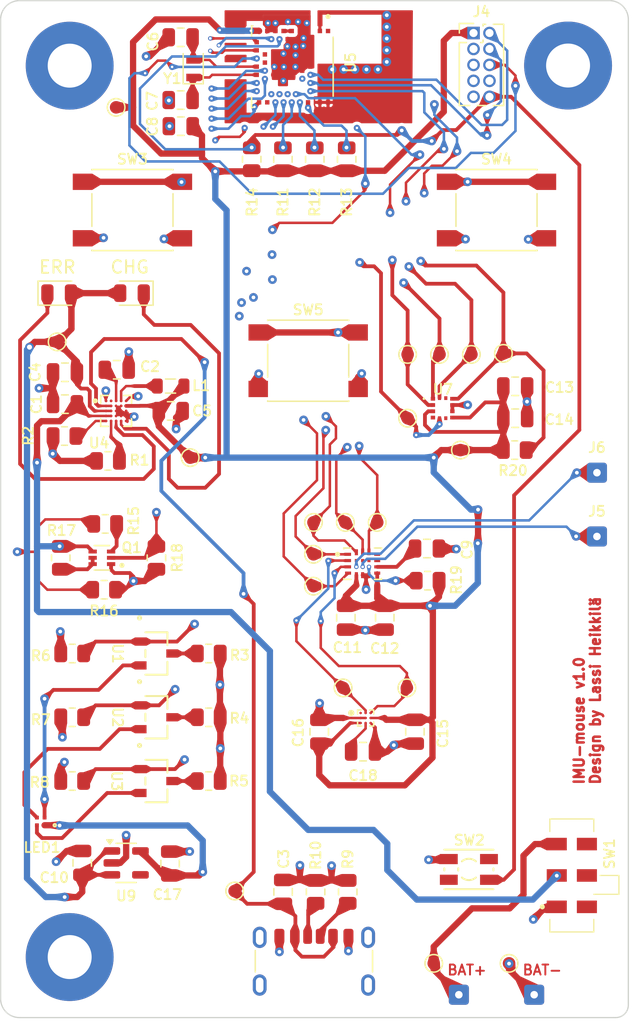
<source format=kicad_pcb>
(kicad_pcb (version 20221018) (generator pcbnew)
  (title_block (title "imu-mouse PCB layout") (date "2024-04-14") (rev "v1") (company "Lassi Heikkilä"))
  (layers (0 "F.Cu" signal) (1 "In1.Cu" signal) (2 "In2.Cu" signal) (31 "B.Cu" signal) (34 "B.Paste" user) (35 "F.Paste" user) (36 "B.SilkS" user "B.Silkscreen") (37 "F.SilkS" user "F.Silkscreen") (38 "B.Mask" user) (39 "F.Mask" user) (44 "Edge.Cuts" user))
  (net 0 "")
  (net 1 "+BATT")
  (net 2 "GND")
  (net 3 "Net-(U4-DEC)")
  (net 4 "VBUS")
  (net 5 "VS")
  (net 6 "+1V8")
  (net 7 "Net-(U5-XL1{slash}GPIO_17)")
  (net 8 "Net-(U5-XL2{slash}GPIO_18)")
  (net 9 "Net-(U6-VREG)")
  (net 10 "+3.3V")
  (net 11 "Net-(U8-CRST)")
  (net 12 "/NPM_CHG")
  (net 13 "/NPM_ERR")
  (net 17 "Net-(U4-SW)")
  (net 18 "/BAT_MON_EN")
  (net 19 "Net-(Q1-Pad3)")
  (net 20 "Net-(Q1-Pad5)")
  (net 21 "Net-(U4-ICHG)")
  (net 22 "Net-(U4-NTC)")
  (net 23 "/LED_R")
  (net 24 "/LED_G")
  (net 25 "/LED_B")
  (net 26 "/~{BUTTON1}")
  (net 27 "/~{BUTTON2}")
  (net 28 "/~{BUTTON3}")
  (net 29 "/BAT_MON")
  (net 30 "/~{RESET BHI360}")
  (net 31 "/~{BMA456_CS}")
  (net 36 "/BHI360_INT")
  (net 37 "/BHI360_MISO")
  (net 38 "/BHI360_MOSI")
  (net 39 "/BHI360_CLK")
  (net 40 "/BMA456_MISO")
  (net 41 "/BMA456_MOSI")
  (net 42 "/BMA456_CLK")
  (net 43 "/BMA456_INT1")
  (net 46 "Net-(U5-ANT)")
  (net 49 "/BHI360_CS")
  (net 50 "Net-(U6-ASDX)")
  (net 51 "Net-(U6-ASCX)")
  (net 54 "/SWD-SWDIO")
  (net 55 "/SWD-SWCLK")
  (net 64 "Net-(J3-CC1)")
  (net 65 "Net-(J3-CC2)")
  (net 66 "/SWD-SWO")
  (net 67 "/SWD-BHI_JTAG_DIO")
  (net 68 "/SWD-BHI_JTAG_CLK")
  (net 71 "Net-(U1-S)")
  (net 72 "Net-(U2-S)")
  (net 73 "Net-(U3-S)")
  (net 74 "Net-(U1-D)")
  (net 75 "Net-(U2-D)")
  (net 76 "Net-(U3-D)")
  (net 78 "/~{RESET}")
  (footprint "LED_SMD:LED_0805_2012Metric" (layer "F.Cu") (at 79.9625 145.8 180)
    (fp_text reference "D1" hide)
    (fp_text value "LED_B")
  )
  (footprint "JS202011JAQN (1):JS202011JAQN" (layer "F.Cu") (at 115 192.18 90)
    (fp_text reference "SW1")
    (fp_text value "JS202011JAQN")
  )
  (footprint "Capacitor_SMD:C_0805_2012Metric" (layer "F.Cu") (at 110.49 155.76)
    (fp_text reference "C14")
    (fp_text value "100nF" hide)
  )
  (footprint "TestPoint:TestPoint_Pad_D1.0mm" (layer "F.Cu") (at 101.86 177.24)
    (fp_text reference "TP16" hide)
    (fp_text value "BMM350_SCK")
  )
  (footprint "DMC2400UV-13:SOT50P160X60-6N" (layer "F.Cu") (at 77.565 166.88 180)
    (fp_text reference "Q1")
    (fp_text value "PJX8601_R1_00001" hide)
  )
  (footprint "Connector_Wire:SolderWire-0.1sqmm_1x01_D0.4mm_OD1mm" (layer "F.Cu") (at 112 201.68)
    (fp_text reference "J2" hide)
    (fp_text value "Conn_01x01_Pin")
  )
  (footprint "Resistor_SMD:R_0805_2012Metric" (layer "F.Cu") (at 75.2025 174.5 180)
    (fp_text reference "R6")
    (fp_text value "1MΩ" hide)
  )
  (footprint "TestPoint:TestPoint_Pad_D1.0mm" (layer "F.Cu") (at 107 150.68)
    (fp_text reference "TP14" hide)
    (fp_text value "BMA456_CLK")
  )
  (footprint "Capacitor_SMD:C_0805_2012Metric" (layer "F.Cu") (at 110.49 153.22)
    (fp_text reference "C13")
    (fp_text value "100nF" hide)
  )
  (footprint "ANNA_B112_70B:XCVR_ANNA-B112-70B" (layer "F.Cu") (at 92.74 127.76 -90)
    (fp_text reference locked "U5")
    (fp_text value "ANNA-B112-70B" hide)
  )
  (footprint "Resistor_SMD:R_0805_2012Metric" (layer "F.Cu") (at 89.5 135.1325 90)
    (fp_text reference "R14")
    (fp_text value "10kΩ" hide)
  )
  (footprint "TestPoint:TestPoint_Pad_D1.0mm" (layer "F.Cu") (at 88.14 193.42)
    (fp_text reference "TP3" hide)
    (fp_text value "VBUS")
  )
  (footprint "BMM350:BGA9C40P3X3_128X128X50" (layer "F.Cu") (at 98.573595 179.638558)
    (fp_text reference "U8" hide)
    (fp_text value "BMM350")
  )
  (footprint "Package_TO_SOT_SMD:SOT-23-5" (layer "F.Cu") (at 79.5 191.18)
    (fp_text reference "U9")
    (fp_text value "TPS7A0533PDBV")
  )
  (footprint "Capacitor_SMD:C_0805_2012Metric" (layer "F.Cu") (at 100.1 171.65 -90)
    (fp_text reference "C12")
    (fp_text value "100nF" hide)
  )
  (footprint "Resistor_SMD:R_0805_2012Metric" (layer "F.Cu") (at 86.0775 179.58)
    (fp_text reference "R4")
    (fp_text value "120Ω" hide)
  )
  (footprint "Capacitor_SMD:C_0805_2012Metric" (layer "F.Cu") (at 97 171.65 -90)
    (fp_text reference "C11")
    (fp_text value "100nF" hide)
  )
  (footprint "Button_Switch_SMD:SW_SPST_PTS645" (layer "F.Cu") (at 109 139.18)
    (fp_text reference "SW4")
    (fp_text value "Button2" hide)
  )
  (footprint "TestPoint:TestPoint_Pad_D1.0mm" (layer "F.Cu") (at 106.125 158.3)
    (fp_text reference "TP18" hide)
    (fp_text value "VDD_LP_SENS")
  )
  (footprint "MountingHole:MountingHole_3.5mm_Pad" (layer "F.Cu") (at 75 127.68)
    (fp_text reference "H1" hide)
    (fp_text value "MountingHole_Pad" hide)
  )
  (footprint "Capacitor_SMD:C_0805_2012Metric" (layer "F.Cu") (at 98.37 182.32)
    (fp_text reference "C18")
    (fp_text value "2.2µF" hide)
  )
  (footprint "Connector_Wire:SolderWire-0.1sqmm_1x01_D0.4mm_OD1mm" (layer "F.Cu") (at 106 201.68)
    (fp_text reference "J1" hide)
    (fp_text value "Conn_01x01_Pin")
  )
  (footprint "TestPoint:TestPoint_Pad_D1.0mm" (layer "F.Cu") (at 74 149.68)
    (fp_text reference "TP4" hide)
    (fp_text value "VSYS")
  )
  (footprint "NPM1100-CAAA-R7:BGA25C40P5X5_207X207X52N" (layer "F.Cu") (at 78.7 155.18)
    (fp_text reference "U4")
    (fp_text value "NPM1100-CAAA-R7" hide)
  )
  (footprint "Button_Switch_SMD:SW_SPST_PTS645" (layer "F.Cu") (at 80 139.18)
    (fp_text reference "SW3")
    (fp_text value "Button1" hide)
  )
  (footprint "TestPoint:TestPoint_Pad_D1.0mm" (layer "F.Cu") (at 96.78 177.24)
    (fp_text reference "TP17" hide)
    (fp_text value "BMM350_SDA")
  )
  (footprint "LED_SMD:LED_0805_2012Metric" (layer "F.Cu") (at 74.1625 145.8)
    (fp_text reference "D2" hide)
    (fp_text value "LED_R")
  )
  (footprint "FDV303N:SOT-23-3L_FAS" (layer "F.Cu") (at 81.91 179.58 -90)
    (fp_text reference "U2")
    (fp_text value "FDV303N" hide)
  )
  (footprint "Capacitor_SMD:C_0805_2012Metric" (layer "F.Cu") (at 83.84 125.42)
    (fp_text reference "C6")
    (fp_text value "22pF" hide)
  )
  (footprint "TestPoint:TestPoint_Pad_D1.0mm" (layer "F.Cu") (at 78.7 131 90)
    (fp_text reference "TP6" hide)
    (fp_text value "VDD_1.8V")
  )
  (footprint "TestPoint:TestPoint_Pad_D1.0mm" (layer "F.Cu") (at 101.92 155.76)
    (fp_text reference "TP19" hide)
    (fp_text value "BMA456_INT")
  )
  (footprint "Resistor_SMD:R_0805_2012Metric" (layer "F.Cu") (at 77.8275 164.18 180)
    (fp_text reference "R15")
    (fp_text value "1.5MΩ" hide)
  )
  (footprint "Capacitor_SMD:C_0805_2012Metric" (layer "F.Cu") (at 74.625 154.64 180)
    (fp_text reference "C1")
    (fp_text value "1.0µF" hide)
  )
  (footprint "TestPoint:TestPoint_Pad_D1.0mm" (layer "F.Cu") (at 104.46 150.68)
    (fp_text reference "TP12" hide)
    (fp_text value "BMA456_MISO")
  )
  (footprint "Connector_USB:USB_C_Receptacle_GCT_USB4125-xx-x_6P_TopMnt_Horizontal" (layer "F.Cu") (at 94.455024 200.109206)
    (fp_text reference "J3" hide)
    (fp_text value "USB_C_Receptacle_PowerOnly_6P" hide)
  )
  (footprint "Resistor_SMD:R_0805_2012Metric" (layer "F.Cu") (at 86.0775 184.66)
    (fp_text reference "R5")
    (fp_text value "120Ω" hide)
  )
  (footprint "Capacitor_SMD:C_0805_2012Metric" (layer "F.Cu") (at 83.85 132.5 180)
    (fp_text reference "C8")
    (fp_text value "10µF")
  )
  (footprint "MountingHole:MountingHole_3.5mm_Pad" (layer "F.Cu") (at 114.7 127.67)
    (fp_text reference "H3" hide)
    (fp_text value "MountingHole_Pad" hide)
  )
  (footprint "Resistor_SMD:R_0805_2012Metric" (layer "F.Cu") (at 75.2025 179.58 180)
    (fp_text reference "R7")
    (fp_text value "1MΩ" hide)
  )
  (footprint "Resistor_SMD:R_0805_2012Metric" (layer "F.Cu") (at 110.4525 158.3)
    (fp_text reference "R20")
    (fp_text value "10kΩ" hide)
  )
  (footprint "Resistor_SMD:R_0805_2012Metric" (layer "F.Cu") (at 75.2025 184.66 180)
    (fp_text reference "R8")
    (fp_text value "1MΩ" hide)
  )
  (footprint "Resistor_SMD:R_0805_2012Metric" (layer "F.Cu") (at 94.59 193.4875 90)
    (fp_text reference "R10")
    (fp_text value "5.1kΩ" hide)
  )
  (footprint "Capacitor_SMD:C_0805_2012Metric" (layer "F.Cu") (at 78.75 151.9)
    (fp_text reference "C2")
    (fp_text value "10µF" hide)
  )
  (footprint "Crystal:Crystal_SMD_2012-2Pin_2.0x1.2mm" (layer "F.Cu") (at 84.84 127.92 90)
    (fp_text reference "Y1")
    (fp_text value "32.768kHz" hide)
  )
  (footprint "TestPoint:TestPoint_Pad_D1.0mm" (layer "F.Cu") (at 101.92 150.68)
    (fp_text reference "TP13" hide)
    (fp_text value "BMA456_MOSI")
  )
  (footprint "Connector_PinHeader_1.27mm:PinHeader_2x05_P1.27mm_Vertical" (layer "F.Cu") (at 107.17 125.08)
    (fp_text reference "J4")
    (fp_text value "Conn_ARM_JTAG_SWD_10")
  )
  (footprint "Resistor_SMD:R_0805_2012Metric" (layer "F.Cu") (at 86.0775 174.5)
    (fp_text reference "R3")
    (fp_text value "340Ω" hide)
  )
  (footprint "TestPoint:TestPoint_Pad_D1.0mm" (layer "F.Cu") (at 99.5 164.06)
    (fp_text reference "TP8" hide)
    (fp_text value "BHI360_CS")
  )
  (footprint "Connector_Wire:SolderWire-0.1sqmm_1x01_D0.4mm_OD1mm" (layer "F.Cu") (at 117 165.18)
    (fp_text reference "J5")
    (fp_text value "Conn_01x01_Pin" hide)
  )
  (footprint "Connector_Wire:SolderWire-0.1sqmm_1x01_D0.4mm_OD1mm" (layer "F.Cu") (at 117 160.1)
    (fp_text reference "J6")
    (fp_text value "Conn_01x01_Pin" hide)
  )
  (footprint "TestPoint:TestPoint_Pad_D1.0mm" (layer "F.Cu") (at 84.6 158.9)
    (fp_text reference "TP5" hide)
    (fp_text value "VDD_1.8")
  )
  (footprint "Capacitor_SMD:C_0805_2012Metric" (layer "F.Cu") (at 83.05 155.18)
    (fp_text reference "C5")
    (fp_text value "10µF" hide)
  )
  (footprint "TestPoint:TestPoint_Pad_D1.0mm" (layer "F.Cu") (at 94.42 164.06)
    (fp_text reference "TP10" hide)
    (fp_text value "BHI360_MOSI")
  )
  (footprint "Resistor_SMD:R_0805_2012Metric" (layer "F.Cu") (at 74.5875 157.18 180)
    (fp_text reference "R2")
    (fp_text value "10kΩ" hide)
  )
  (footprint "TestPoint:TestPoint_Pad_D1.0mm" (layer "F.Cu") (at 104 199.18)
    (fp_text reference "TP1" hide)
    (fp_text value "BAT+")
  )
  (footprint "BHI360:XDCR_BHI360" (layer "F.Cu") (at 98.3375 167.35)
    (fp_text reference "U6" hide)
    (fp_text value "BHI360")
  )
  (footprint "Resistor_SMD:R_0805_2012Metric" (layer "F.Cu") (at 103.5125 168.7 180)
    (fp_text reference "R19")
    (fp_text value "10kΩ" hide)
  )
  (footprint "Capacitor_SMD:C_0805_2012Metric" (layer "F.Cu") (at 83.84 130.42 180)
    (fp_text reference "C7")
    (fp_text value "22pF" hide)
  )
  (footprint "FDV303N:SOT-23-3L_FAS" (layer "F.Cu") (at 81.91 174.5 -90)
    (fp_text reference "U1")
    (fp_text value "FDV303N" hide)
  )
  (footprint "TestPoint:TestPoint_Pad_D1.0mm" (layer "F.Cu") (at 110 199.18)
    (fp_text reference "TP2" hide)
    (fp_text value "BAT-")
  )
  (footprint "TestPoint:TestPoint_Pad_D1.0mm" (layer "F.Cu") (at 96.96 164.06)
    (fp_text reference "TP11" hide)
    (fp_text value "BHI360_CLK")
  )
  (footprint "Resistor_SMD:R_0805_2012Metric" (layer "F.Cu") (at 77.7425 169.42)
    (fp_text reference "R16")
    (fp_text value "220kΩ" hide)
  )
  (footprint "Resistor_SMD:R_0805_2012Metric" (layer "F.Cu") (at 81.91 166.88 -90)
    (fp_text reference "R18")
    (fp_text value "1MΩ" hide)
  )
  (footprint "TestPoint:TestPoint_Pad_D1.0mm" (layer "F.Cu") (at 94.42 169.14)
    (fp_text reference "TP7" hide)
    (fp_text value "BHI360_INT")
  )
  (footprint "Capacitor_SMD:C_0805_2012Metric" (layer "F.Cu") (at 92 193.4875 90)
    (fp_text reference "C3")
    (fp_text value "2.2µF" hide)
  )
  (footprint "MountingHole:MountingHole_3.5mm_Pad" (layer "F.Cu") (at 75 198.68)
    (fp_text reference "H2" hide)
    (fp_text value "MountingHole_Pad" hide)
  )
  (footprint "Resistor_SMD:R_0805_2012Metric" (layer "F.Cu") (at 91.985675 135.139099 90)
    (fp_text reference "R11")
    (fp_text value "10kΩ" hide)
  )
  (footprint "Capacitor_SMD:C_0805_2012Metric" (layer "F.Cu") (at 74.625 152.1 180)
    (fp_text reference "C4")
    (fp_text value "10µF" hide)
  )
  (footprint "Button_Switch_SMD:SW_SPST_PTS645" (layer "F.Cu") (at 94 151.18)
    (fp_text reference "SW5")
    (fp_text value "Button3" hide)
  )
  (footprint "Inductor_SMD:L_0805_2012Metric" (layer "F.Cu") (at 83.0375 153.2 180)
    (fp_text reference "L1")
    (fp_text value "2.2µH" hide)
  )
  (footprint "Capacitor_SMD:C_0805_2012Metric" (layer "F.Cu") (at 103.4625 166.14)
    (fp_text reference "C9")
    (fp_text value "220nF" hide)
  )
  (footprint "BMA456:XDCR_BMA456" (layer "F.Cu") (at 104.71 154.96)
    (fp_text reference "U7")
    (fp_text value "BMA456")
  )
  (footprint "PTS830GM140 SMTR LFS:SWITCH_0SMTRLFS" (layer "F.Cu") (at 106.8 191.7)
    (fp_text reference "SW2")
    (fp_text value "PTS830GM140SMTRLFS" hide)
  )
  (footprint "TestPoint:TestPoint_Pad_D1.0mm" (layer "F.Cu") (at 109.55 150.6)
    (fp_text reference "TP15" hide)
    (fp_text value "BMA456_CS")
  )
  (footprint "footprints:SMLP34_ROM" (layer "F.Cu") (at 72.6952 187.8752 180)
    (fp_text reference "LED1")
    (fp_text value "SMLP34RGBN1W3")
  )
  (footprint "Capacitor_SMD:C_0805_2012Metric" (layer "F.Cu") (at 83 191.23 90)
    (fp_text reference "C17")
    (fp_text value "1.0µF" hide)
  )
  (footprint "Resistor_SMD:R_0805_2012Metric" (layer "F.Cu") (at 78.05 159.16 180)
    (fp_text reference "R1")
    (fp_text value "4.7kΩ" hide)
  )
  (footprint "FDV303N:SOT-23-3L_FAS" (layer "F.Cu") (at 81.91 184.66 -90)
    (fp_text reference "U3")
    (fp_text value "FDV303N" hide)
  )
  (footprint "Resistor_SMD:R_0805_2012Metric" (layer "F.Cu") (at 74.29 166.88 -90)
    (fp_text reference "R17")
    (fp_text value "1MΩ" hide)
  )
  (footprint "Resistor_SMD:R_0805_2012Metric" (layer "F.Cu") (at 97.065675 135.139099 90)
    (fp_text reference "R13")
    (fp_text value "10kΩ" hide)
  )
  (footprint "Capacitor_SMD:C_0805_2012Metric" (layer "F.Cu") (at 102.5 180.73 -90)
    (fp_text reference "C15")
    (fp_text value "100nF" hide)
  )
  (footprint "Resistor_SMD:R_0805_2012Metric" (layer "F.Cu") (at 97.15 193.4875 90)
    (fp_text reference "R9")
    (fp_text value "5.1kΩ" hide)
  )
  (footprint "Resistor_SMD:R_0805_2012Metric" (layer "F.Cu") (at 94.525675 135.139099 90)
    (fp_text reference "R12")
    (fp_text value "10kΩ" hide)
  )
  (footprint "Capacitor_SMD:C_0805_2012Metric" (layer "F.Cu") (at 76 191.18 90)
    (fp_text reference "C10")
    (fp_text value "1.0µF" hide)
  )
  (footprint "TestPoint:TestPoint_Pad_D1.0mm" (layer "F.Cu") (at 94.42 166.6)
    (fp_text reference "TP9" hide)
    (fp_text value "BHI360_MISO")
  )
  (footprint "Capacitor_SMD:C_0805_2012Metric" (layer "F.Cu") (at 94.88 180.73 90)
    (fp_text reference "C16")
    (fp_text value "100nF" hide)
  )
  (gr_arc (start 119.5 202.5) (mid 119.207107 203.207107) (end 118.5 203.5) (stroke (width 0.1)) (layer "Edge.Cuts"))
  (gr_arc (start 118 122.5) (mid 119.06066 122.93934) (end 119.5 124) (stroke (width 0.1)) (layer "Edge.Cuts"))
  (gr_line (start 69.5 202) (end 69.5 124) (stroke (width 0.1)) (layer "Edge.Cuts"))
  (gr_arc (start 71 203.5) (mid 69.93934 203.06066) (end 69.5 202) (stroke (width 0.1)) (layer "Edge.Cuts"))
  (gr_line (start 71 122.5) (end 118 122.5) (stroke (width 0.1)) (layer "Edge.Cuts"))
  (gr_line (start 119.5 202.5) (end 119.5 124) (stroke (width 0.1)) (layer "Edge.Cuts"))
  (gr_line (start 71 203.5) (end 118.5 203.5) (stroke (width 0.1)) (layer "Edge.Cuts"))
  (gr_arc (start 69.5 124) (mid 69.93934 122.93934) (end 71 122.5) (stroke (width 0.1)) (layer "Edge.Cuts"))
  (gr_text "IMU-mouse v1.0\nDesign by Lassi Heikkilä" (at 117.34 185.03 90) (layer "F.Cu") (effects (font (size 0.8 0.8) (thickness 0.2) bold) (justify left bottom)))
  (gr_text "BAT-" (at 111 200.18) (layer "F.Cu") (effects (font (size 0.8 0.8) (thickness 0.15) bold) (justify left bottom)))
  (gr_text "BAT+" (at 105 200.18) (layer "F.Cu") (effects (font (size 0.8 0.8) (thickness 0.15) bold) (justify left bottom)))
  (gr_text "ERR" (at 72.469513 144.3081) (layer "F.SilkS") (effects (font (size 1 1)) (justify left bottom)))
  (gr_text "CHG" (at 78.159513 144.3081) (layer "F.SilkS") (effects (font (size 1 1)) (justify left bottom)))
  (segment (start 72.4 156.35) (end 72.4 159.3) (width 0.5) (layer "F.Cu") (net 1))
  (segment (start 75.575 154.64) (end 74.215 156) (width 0.5) (layer "F.Cu") (net 1))
  (segment (start 74.2 165.96) (end 74.2975 165.9675) (width 0.3) (layer "F.Cu") (net 1))
  (segment (start 106 201.68) (end 104 199.68) (width 0.5) (layer "F.Cu") (net 1))
  (segment (start 112.07 189.68) (end 111.15 190.6) (width 0.5) (layer "F.Cu") (net 1))
  (segment (start 111.15 190.6) (end 111.15 193.7) (width 0.5) (layer "F.Cu") (net 1))
  (segment (start 74.215 156) (end 72.75 156) (width 0.5) (layer "F.Cu") (net 1))
  (segment (start 110.05 194.8) (end 107.05 194.8) (width 0.5) (layer "F.Cu") (net 1))
  (segment (start 72.75 156) (end 72.4 156.35) (width 0.5) (layer "F.Cu") (net 1))
  (segment (start 104 197.85) (end 104 199.18) (width 0.5) (layer "F.Cu") (net 1))
  (segment (start 104 199.68) (end 104 199.18) (width 0.5) (layer "F.Cu") (net 1))
  (segment (start 77.9 155.58) (end 76.515 155.58) (width 0.2) (layer "F.Cu") (net 1))
  (segment (start 76.4175 165.9675) (end 76.83 166.38) (width 0.3) (layer "F.Cu") (net 1))
  (segment (start 74.2825 165.9675) (end 74.2 165.96) (width 0.3) (layer "F.Cu") (net 1))
  (segment (start 76.515 155.58) (end 75.575 154.64) (width 0.3) (layer "F.Cu") (net 1))
  (segment (start 107.05 194.8) (end 104 197.85) (width 0.5) (layer "F.Cu") (net 1))
  (segment (start 74.29 165.9675) (end 74.2825 165.9675) (width 0.3) (layer "F.Cu") (net 1))
  (segment (start 113.8 189.68) (end 112.07 189.68) (width 0.5) (layer "F.Cu") (net 1))
  (segment (start 111.15 193.7) (end 110.05 194.8) (width 0.5) (layer "F.Cu") (net 1))
  (segment (start 78.3 155.58) (end 77.9 155.58) (width 0.2) (layer "F.Cu") (net 1))
  (segment (start 74.2975 165.9675) (end 76.4175 165.9675) (width 0.3) (layer "F.Cu") (net 1))
  (via (at 72.4 159.3) (size 0.7) (drill 0.3) (layers "F.Cu" "B.Cu") (net 1))
  (via (at 113.8 192.2) (size 0.7) (drill 0.3) (layers "F.Cu" "B.Cu") (net 1))
  (via (at 74.2 165.96) (size 0.7) (drill 0.3) (layers "F.Cu" "B.Cu") (net 1))
  (segment (start 111.9 194.1) (end 102.65 194.1) (width 0.5) (layer "B.Cu") (net 1))
  (segment (start 72.4 165.96) (end 74.2 165.96) (width 0.5) (layer "B.Cu") (net 1))
  (segment (start 113.8 192.2) (end 111.9 194.1) (width 0.5) (layer "B.Cu") (net 1))
  (segment (start 100.3 191.75) (end 100.3 189.65) (width 0.5) (layer "B.Cu") (net 1))
  (segment (start 90.95 174.3) (end 87.85 171.2) (width 0.5) (layer "B.Cu") (net 1))
  (segment (start 87.85 171.2) (end 72.55 171.2) (width 0.5) (layer "B.Cu") (net 1))
  (segment (start 99.2 188.55) (end 94 188.55) (width 0.5) (layer "B.Cu") (net 1))
  (segment (start 72.4 165.96) (end 72.4 159.3) (width 0.5) (layer "B.Cu") (net 1))
  (segment (start 72.55 171.2) (end 72.4 171.05) (width 0.5) (layer "B.Cu") (net 1))
  (segment (start 72.4 171.05) (end 72.4 165.96) (width 0.5) (layer "B.Cu") (net 1))
  (segment (start 102.65 194.1) (end 100.3 191.75) (width 0.5) (layer "B.Cu") (net 1))
  (segment (start 100.3 189.65) (end 99.2 188.55) (width 0.5) (layer "B.Cu") (net 1))
  (segment (start 94 188.55) (end 90.95 185.5) (width 0.5) (layer "B.Cu") (net 1))
  (segment (start 90.95 185.5) (end 90.95 174.3) (width 0.5) (layer "B.Cu") (net 1))
  (segment (start 99.32 182.32) (end 99.32 181.09) (width 0.5) (layer "F.Cu") (net 2))
  (segment (start 74.22 159.16) (end 73.65 158.59) (width 0.5) (layer "F.Cu") (net 2))
  (segment (start 100.82 181.8) (end 100.94 181.68) (width 0.5) (layer "F.Cu") (net 2))
  (segment (start 79.71 151.89) (end 79.7 151.9) (width 0.5) (layer "F.Cu") (net 2))
  (segment (start 82.51 141.48) (end 83.93 141.48) (width 0.5) (layer "F.Cu") (net 2))
  (segment (start 80.08 168.73) (end 80.9725 168.73) (width 0.5) (layer "F.Cu") (net 2))
  (segment (start 90.02 152.26) (end 90.06 152.22) (width 0.5) (layer "F.Cu") (net 2))
  (segment (start 95.81 192.575) (end 94.59 192.575) (width 0.5) (layer "F.Cu") (net 2))
  (segment (start 79.87 154.01) (end 79.5 154.38) (width 0.2) (layer "F.Cu") (net 2))
  (segment (start 86.97 179.56) (end 86.99 179.58) (width 0.5) (layer "F.Cu") (net 2))
  (segment (start 73.675 153.36) (end 73.675 154.64) (width 0.5) (layer "F.Cu") (net 2))
  (segment (start 98.973595 180.038558) (end 99.28 180.344963) (width 0.2) (layer "F.Cu") (net 2))
  (segment (start 99.28 180.36) (end 99.32 180.4) (width 0.3) (layer "F.Cu") (net 2))
  (segment (start 112.9 141.51) (end 112.98 141.43) (width 0.5) (layer "F.Cu") (net 2))
  (segment (start 74.42 181.17) (end 74.42 179.71) (width 0.5) (layer "F.Cu") (net 2))
  (segment (start 97 172.6) (end 98.5 172.6) (width 0.5) (layer "F.Cu") (net 2))
  (segment (start 98.573595 179.638558) (end 98.173595 179.638558) (width 0.2) (layer "F.Cu") (net 2))
  (segment (start 80.08 168.73) (end 80.08 168.38) (width 0.3) (layer "F.Cu") (net 2))
  (segment (start 80.14 155.6) (end 80.14 155.64) (width 0.3) (layer "F.Cu") (net 2))
  (segment (start 79.5 188.97) (end 79.5 190.704999) (width 0.5) (layer "F.Cu") (net 2))
  (segment (start 86.97 176.99) (end 86.97 179.56) (width 0.5) (layer "F.Cu") (net 2))
  (segment (start 94.88 178.49) (end 94.91 178.46) (width 0.5) (layer "F.Cu") (net 2))
  (segment (start 97.205024 198.195024) (end 97.205024 197.029206) (width 0.5) (layer "F.Cu") (net 2))
  (segment (start 99.32 180.4) (end 99.32 181.09) (width 0.3) (layer "F.Cu") (net 2))
  (segment (start 100.94 181.68) (end 102.5 181.68) (width 0.5) (layer "F.Cu") (net 2))
  (segment (start 80.12 155.58) (end 80.14 155.6) (width 0.3) (layer "F.Cu") (net 2))
  (segment (start 111.53 141.51) (end 112.9 141.51) (width 0.5) (layer "F.Cu") (net 2))
  (segment (start 100.3 182.32) (end 100.82 181.8) (width 0.5) (layer "F.Cu") (net 2))
  (segment (start 96.771442 179.63) (end 96.78 179.638558) (width 0.5) (layer "F.Cu") (net 2))
  (segment (start 98.3375 168.2625) (end 98.8375 168.2625) (width 0.3) (layer "F.Cu") (net 2))
  (segment (start 97.98 152.48) (end 98.26 152.2) (width 0.5) (layer "F.Cu") (net 2))
  (segment (start 79.71 150.46) (end 79.71 151.89) (width 0.5) (layer "F.Cu") (net 2))
  (segment (start 77.66 141.43) (end 77.7 141.39) (width 0.5) (layer "F.Cu") (net 2))
  (segment (start 106.69 154.71) (end 106.7 154.7) (width 0.3) (layer "F.Cu") (net 2))
  (segment (start 105.02 141.43) (end 106.46 141.43) (width 0.5) (layer "F.Cu") (net 2))
  (segment (start 98.61 168.49) (end 98.8375 168.2625) (width 0.3) (layer "F.Cu") (net 2))
  (segment (start 78.66 169.44) (end 78.655 169.42) (width 0.3) (layer "F.Cu") (net 2))
  (segment (start 112 201.68) (end 110 199.68) (width 0.5) (layer "F.Cu") (net 2))
  (segment (start 93.043 125.6) (end 93.013 125.57) (width 0.3) (layer "F.Cu") (net 2))
  (segment (start 73.675 152.1) (end 73.675 153.36) (width 0.5) (layer "F.Cu") (net 2))
  (segment (start 74.29 183.44) (end 74.58 183.15) (width 0.5) (layer "F.Cu") (net 2))
  (segment (start 103.59 190.93) (end 105.1448 190.93) (width 0.5) (layer "F.Cu") (net 2))
  (segment (start 81.37 126.94) (end 82.89 125.42) (width 0.5) (layer "F.Cu") (net 2))
  (segment (start 94.5525 192.5375) (end 94.59 192.575) (width 0.5) (layer "F.Cu") (net 2))
  (segment (start 105.1448 190.93) (end 105.1998 190.875) (width 0.5) (layer "F.Cu") (net 2))
  (segment (start 79.79 168.09) (end 78.56 168.09) (width 0.3) (layer "F.Cu") (net 2))
  (segment (start 98.61 169.41) (end 98.69 169.41) (width 0.3) (layer "F.Cu") (net 2))
  (segment (start 106.74 154.71) (end 106.75 154.7) (width 0.3) (layer "F.Cu") (net 2))
  (segment (start 78.3 167.83) (end 78.3 167.38) (width 0.3) (layer "F.Cu") (net 2))
  (segment (start 97.98 153.43) (end 97.98 152.48) (width 0.5) (layer "F.Cu") (net 2))
  (segment (start 76.02 141.43) (end 77.66 141.43) (width 0.5) (layer "F.Cu") (net 2))
  (segment (start 105.485 154.71) (end 106.69 154.71) (width 0.3) (layer "F.Cu") (net 2))
  (segment (start 83.48 156.62) (end 83.48 155.7) (width 0.5) (layer "F.Cu") (net 2))
  (segment (start 74.29 174.5) (end 74.29 172.79) (width 0.5) (layer "F.Cu") (net 2))
  (segment (start 79.024999 191.18) (end 78.3625 191.18) (width 0.5) (layer "F.Cu") (net 2))
  (segment (start 78.655 169.42) (end 79.39 169.42) (width 0.3) (layer "F.Cu") (net 2))
  (segment (start 83 190.28) (end 84.55 190.28) (width 0.5) (layer "F.Cu") (net 2))
  (segment (start 98.61 169.41) (end 98.61 168.49) (width 0.3) (layer "F.Cu") (net 2))
  (segment (start 96.78 179.638558) (end 98.173595 179.638558) (width 0.2) (layer "F.Cu") (net 2))
  (segment (start 73.65 157.205) (end 73.675 157.18) (width 0.5) (layer "F.Cu") (net 2))
  (segment (start 94.88 179.78) (end 94.88 178.49) (width 0.5) (layer "F.Cu") (net 2))
  (segment (start 87 179.59) (end 86.99 179.58) (width 0.5) (layer "F.Cu") (net 2))
  (segment (start 81.09 126.94) (end 81.37 126.94) (width 0.5) (layer "F.Cu") (net 2))
  (segment (start 98.3375 168.2625) (end 98.3825 168.2625) (width 0.3) (layer "F.Cu") (net 2))
  (segment (start 79.5 155.58) (end 80.12 155.58) (width 0.3) (layer "F.Cu") (net 2))
  (segment (start 80.14 155.64) (end 80.18 155.64) (width 0.3) (layer "F.Cu") (net 2))
  (segment (start 78.56 168.09) (end 78.3 167.83) (width 0.3) (layer "F.Cu") (net 2))
  (segment (start 105.485 155.21) (end 105.485 154.71) (width 0.3) (layer "F.Cu") (net 2))
  (segment (start 77.88 154.36) (end 77.9 154.38) (width 0.2) (layer "F.Cu") (net 2))
  (segment (start 86.97 174.52) (end 86.99 174.5) (width 0.5) (layer "F.Cu") (net 2))
  (segment (start 111.43 153.23) (end 111.44 153.22) (width 0.5) (layer "F.Cu") (net 2))
  (segment (start 79.5 190.704999) (end 79.024999 191.18) (width 0.5) (layer "F.Cu") (net 2))
  (segment (start 74.77 190.23) (end 73.92 191.08) (width 0.5) (layer "F.Cu") (net 2))
  (segment (start 74.29 184.66) (end 74.29 183.44) (width 0.5) (layer "F.Cu") (net 2))
  (segment (start 94.88 179.78) (end 95.03 179.63) (width 0.5) (layer "F.Cu") (net 2))
  (segment (start 90.02 153.43) (end 90.02 152.26) (width 0.5) (layer "F.Cu") (net 2))
  (segment (start 80.9725 168.73) (end 81.91 167.7925) (width 0.5) (layer "F.Cu") (net 2))
  (segment (start 105.8 166.18) (end 104.4525 166.18) (width 0.5) (layer "F.Cu") (net 2))
  (segment (start 111.44 154.45) (end 111.43 154.44) (width 0.5) (layer "F.Cu") (net 2))
  (segment (start 86.99 182.07) (end 87 182.06) (width 0.5) (layer "F.Cu") (net 2))
  (segment (start 84.55 190.28) (end 84.56 190.27) (width 0.5) (layer "F.Cu") (net 2))
  (segment (start 76 190.23) (end 74.77 190.23) (width 0.5) (layer "F.Cu") (net 2))
  (segment (start 91.705024 198.264976) (end 91.705024 197.029206) (width 0.5) (layer "F.Cu") (net 2))
  (segment (start 74.42 179.71) (end 74.29 179.58) (width 0.5) (layer "F.Cu") (net 2))
  (segment (start 93.34 191.37) (end 93.34 192.5375) (width 0.5) (layer "F.Cu") (net 2))
  (segment (start 73.665 153.37) (end 73.675 153.36) (width 0.5) (layer "F.Cu") (net 2))
  (segment (start 112.93 194.68) (end 111.93 195.68) (width 0.5) (layer "F.Cu") (net 2))
  (segment (start 80.46 154.01) (end 79.87 154.01) (width 0.2) (layer "F.Cu") (net 2))
  (segment (start 98.3825 168.2625) (end 98.61 168.49) (width 0.3) (layer "F.Cu") (net 2))
  (segment (start 99.28 180.344963) (end 99.28 180.36) (width 0.2) (layer "F.Cu") (net 2))
  (segment (start 111.44 155.76) (end 111.44 154.45) (width 0.5) (layer "F.Cu") (net 2))
  (segment (start 72.56 153.37) (end 73.665 153.37) (width 0.5) (layer "F.Cu") (net 2))
  (segment (start 95.86 192.525) (end 95.81 192.575) (width 0.5) (layer "F.Cu") (net 2))
  (segment (start 106.46 141.43) (end 106.53 141.5) (width 0.5) (layer "F.Cu") (net 2))
  (segment (start 111.43 154.44) (end 111.43 153.23) (width 0.5) (layer "F.Cu") (net 2))
  (segment (start 79.39 169.42) (end 80.08 168.73) (width 0.3) (layer "F.Cu") (net 2))
  (segment (start 110 199.2) (end 110 199.18) (width 0.3) (layer "F.Cu") (net 2))
  (segment (start 83.48 155.7) (end 84 155.18) (width 0.5) (layer "F.Cu") (net 2))
  (segment (start 95.03 179.63) (end 96.771442 179.63) (width 0.5) (layer "F.Cu") (net 2))
  (segment (start 113.8 194.68) (end 112.93 194.68) (width 0.5) (layer "F.Cu") (net 2))
  (segment (start 98.69 169.41) (end 98.7 169.4) (width 0.3) (layer "F.Cu") (net 2))
  (segment (start 106.7 154.7) (end 106.71 154.71) (width 0.3) (layer "F.Cu") (net 2))
  (segment (start 86.99 184.66) (end 86.99 182.07) (width 0.5) (layer "F.Cu") (net 2))
  (segment (start 106.71 154.71) (end 106.74 154.71) (width 0.3) (layer "F.Cu") (net 2))
  (segment (start 104.4525 166.18) (end 104.4125 166.14) (width 0.5) (layer "F.Cu") (net 2))
  (segment (start 98.55 172.65) (end 100.05 172.65) (width 0.5) (layer "F.Cu") (net 2))
  (segment (start 80.08 168.38) (end 79.79 168.09) (width 0.3) (layer "F.Cu") (net 2))
  (segment (start 80.18 155.64) (end 80.15 155.61) (width 0.3) (layer "F.Cu") (net 2))
  (segment (start 86.97 176.99) (end 86.97 174.52) (width 0.5) (layer "F.Cu") (net 2))
  (segment (start 92 192.5375) (end 93.34 192.5375) (width 0.5) (layer "F.Cu") (net 2))
  (segment (start 98.5 172.6) (end 98.55 172.65) (width 0.5) (layer "F.Cu") (net 2))
  (segment (start 93.34 192.5375) (end 94.5525 192.5375) (width 0.5) (layer "F.Cu") (net 2))
  (segment (start 99.32 182.32) (end 100.3 182.32) (width 0.5) (layer "F.Cu") (net 2))
  (segment (start 110 199.68) (end 110 199.2) (width 0.5) (layer "F.Cu") (net 2))
  (segment (start 83.93 141.48) (end 83.98 141.43) (width 0.5) (layer "F.Cu") (net 2))
  (segment (start 73.65 158.59) (end 73.65 157.205) (width 0.5) (layer "F.Cu") (net 2))
  (segment (start 74.29 172.79) (end 74.25 172.75) (width 0.5) (layer "F.Cu") (net 2))
  (segment (start 87 182.06) (end 87 179.59) (width 0.5) (layer "F.Cu") (net 2))
  (segment (start 100.05 172.65) (end 100.1 172.6) (width 0.5) (layer "F.Cu") (net 2))
  (segment (start 77.1375 159.16) (end 74.22 159.16) (width 0.5) (layer "F.Cu") (net 2))
  (segment (start 97.15 192.575) (end 95.81 192.575) (width 0.5) (layer "F.Cu") (net 2))
  (segment (start 95.86 191.4) (end 95.86 192.525) (width 0.5) (layer "F.Cu") (net 2))
  (segment (start 77.88 153.57) (end 77.88 154.36) (width 0.2) (layer "F.Cu") (net 2))
  (via (at 100.26 123.66) (size 0.7) (drill 0.3) (layers "F.Cu" "B.Cu") (net 2))
  (via (at 77.88 153.57) (size 0.7) (drill 0.3) (layers "F.Cu" "B.Cu") (net 2))
  (via (at 111.93 195.68) (size 0.7) (drill 0.3) (layers "F.Cu" "B.Cu") (net 2))
  (via (at 74.42 181.17) (size 0.7) (drill 0.3) (layers "F.Cu" "B.Cu") (net 2))
  (via (at 110 199.2) (size 0.7) (drill 0.3) (layers "F.Cu" "B.Cu") (net 2))
  (via (at 80.14 155.64) (size 0.7) (drill 0.3) (layers "F.Cu" "B.Cu") (net 2))
  (via (at 98.55 172.65) (size 0.7) (drill 0.3) (layers "F.Cu" "B.Cu") (net 2))
  (via (at 105.8 166.18) (size 0.7) (drill 0.3) (layers "F.Cu" "B.Cu") (net 2))
  (via (at 106.53 141.5) (size 0.7) (drill 0.3) (layers "F.Cu" "B.Cu") (net 2))
  (via (at 81.09 126.94) (size 0.7) (drill 0.3) (layers "F.Cu" "B.Cu") (net 2))
  (via micro (at 90.79 124.29) (size 0.5) (drill 0.2) (layers "F.Cu" "B.Cu") (net 2))
  (via (at 82.95 132.5) (size 0.7) (drill 0.3) (layers "F.Cu" "B.Cu") (net 2))
  (via (at 98.6425 127.98) (size 0.7) (drill 0.3) (layers "F.Cu" "B.Cu") (net 2))
  (via micro (at 92.39 124.19) (size 0.5) (drill 0.2) (layers "F.Cu" "B.Cu") (net 2))
  (via (at 91.705024 198.264976) (size 0.7) (drill 0.3) (layers "F.Cu" "B.Cu") (net 2))
  (via (at 99.555 127.98) (size 0.7) (drill 0.3) (layers "F.Cu" "B.Cu") (net 2))
  (via micro (at 93.63 125.48) (size 0.5) (drill 0.2) (layers "F.Cu" "B.Cu") (net 2))
  (via (at 80.08 168.73) (size 0.7) (drill 0.3) (layers "F.Cu" "B.Cu") (net 2))
  (via (at 106.7 154.7) (size 0.7) (drill 0.3) (layers "F.Cu" "B.Cu") (net 2))
  (via (at 84.56 190.27) (size 0.7) (drill 0.3) (layers "F.Cu" "B.Cu") (net 2))
  (via (at 87 182.06) (size 0.7) (drill 0.3) (layers "F.Cu" "B.Cu") (net 2))
  (via (at 98.26 152.2) (size 0.7) (drill 0.3) (layers "F.Cu" "B.Cu") (net 2))
  (via (at 95.905 127.98) (size 0.7) (drill 0.3) (layers "F.Cu" "B.Cu") (net 2))
  (via (at 100.82 181.8) (size 0.7) (drill 0.3) (layers "F.Cu" "B.Cu") (net 2))
  (via (at 97.205024 198.195024) (size 0.7) (drill 0.3) (layers "F.Cu" "B.Cu") (net 2))
  (via (at 72.56 153.37) (size 0.7) (drill 0.3) (layers "F.Cu" "B.Cu") (net 2))
  (via (at 82.9 130.45) (size 0.7) (drill 0.3) (layers "F.Cu" "B.Cu") (net 2))
  (via (at 103.59 190.93) (size 0.7) (drill 0.3) (layers "F.Cu" "B.Cu") (net 2))
  (via (at 86.97 176.99) (size 0.7) (drill 0.3) (layers "F.Cu" "B.Cu") (net 2))
  (via (at 100.26 125.52) (size 0.7) (drill 0.3) (layers "F.Cu" "B.Cu") (net 2))
  (via (at 82.51 141.48) (size 0.7) (drill 0.3) (layers "F.Cu" "B.Cu") (net 2))
  (via (at 93.34 191.37) (size 0.7) (drill 0.3) (layers "F.Cu" "B.Cu") (net 2))
  (via (at 74.25 172.75) (size 0.7) (drill 0.3) (layers "F.Cu" "B.Cu") (net 2))
  (via (at 100.26 124.59) (size 0.7) (drill 0.3) (layers "F.Cu" "B.Cu") (net 2))
  (via micro (at 93.89 124.29) (size 0.5) (drill 0.2) (layers "F.Cu" "B.Cu") (net 2))
  (via (at 77.7 141.39) (size 0.7) (drill 0.3) (layers "F.Cu" "B.Cu") (net 2))
  (via (at 95.86 191.4) (size 0.7) (drill 0.3) (layers "F.Cu" "B.Cu") (net 2))
  (via (at 111.53 141.51) (size 0.7) (drill 0.3) (layers "F.Cu" "B.Cu") (net 2))
  (via (at 80.46 154.01) (size 0.7) (drill 0.3) (layers "F.Cu" "B.Cu") (net 2))
  (via micro (at 92.99 126.17) (size 0.5) (drill 0.2) (layers "F.Cu" "B.Cu") (net 2))
  (via (at 79.71 150.46) (size 0.7) (drill 0.3) (layers "F.Cu" "B.Cu") (net 2))
  (via micro (at 92.03 126.72) (size 0.5) (drill 0.2) (layers "F.Cu" "B.Cu") (net 2))
  (via (at 111.43 154.44) (size 0.7) (drill 0.3) (layers "F.Cu" "B.Cu") (net 2))
  (via (at 79.5 188.97) (size 0.7) (drill 0.3) (layers "F.Cu" "B.Cu") (net 2))
  (via micro (at 92.06 127.78) (size 0.5) (drill 0.2) (layers "F.Cu" "B.Cu") (net 2))
  (via (at 98.61 169.41) (size 0.7) (drill 0.3) (layers "F.Cu" "B.Cu") (net 2))
  (via micro (at 92.34 126.14) (size 0.5) (drill 0.2) (layers "F.Cu" "B.Cu") (net 2))
  (via (at 73.92 191.08) (size 0.7) (drill 0.3) (layers "F.Cu" "B.Cu") (net 2))
  (via (at 74.58 183.15) (size 0.7) (drill 0.3) (layers "F.Cu" "B.Cu") (net 2))
  (via micro (at 93.19 124.19) (size 0.5) (drill 0.2) (layers "F.Cu" "B.Cu") (net 2))
  (via (at 96.8175 127.98) (size 0.7) (drill 0.3) (layers "F.Cu" "B.Cu") (net 2))
  (via micro (at 92.02 128.89) (size 0.5) (drill 0.2) (layers "F.Cu" "B.Cu") (net 2))
  (via (at 100.26 127.38) (size 0.7) (drill 0.3) (layers "F.Cu" "B.Cu") (net 2))
  (via (at 83.48 156.62) (size 0.7) (drill 0.3) (layers "F.Cu" "B.Cu") (net 2))
  (via micro (at 92.98 127.77) (size 0.5) (drill 0.2) (layers "F.Cu" "B.Cu") (net 2))
  (via (at 97.73 127.98) (size 0.7) (drill 0.3) (layers "F.Cu" "B.Cu") (net 2))
  (via micro (at 91.3 127.77) (size 0.5) (drill 0.2) (layers "F.Cu" "B.Cu") (net 2))
  (via (at 73.65 158.59) (size 0.7) (drill 0.3) (layers "F.Cu" "B.Cu") (net 2))
  (via (at 94.91 178.46) (size 0.7) (drill 0.3) (layers "F.Cu" "B.Cu") (net 2))
  (via (at 90.06 152.22) (size 0.7) (drill 0.3) (layers "F.Cu" "B.Cu") (net 2))
  (via micro (at 93.6 126.11) (size 0.5) (drill 0.2) (layers "F.Cu" "B.Cu") (net 2))
  (via micro (at 92.99 126.85) (size 0.5) (drill 0.2) (layers "F.Cu" "B.Cu") (net 2))
  (via micro (at 91.39 124.29) (size 0.5) (drill 0.2) (layers "F.Cu" "B.Cu") (net 2))
  (via (at 100.26 126.45) (size 0.7) (drill 0.3) (layers "F.Cu" "B.Cu") (net 2))
  (segment (start 78.7 154.38) (end 78.7 152.8) (width 0.2) (layer "F.Cu") (net 3))
  (segment (start 78.7 152.8) (end 77.8 151.9) (width 0.3) (layer "F.Cu") (net 3))
  (segment (start 76.7 153) (end 76.7 150.5) (width 0.3) (layer "F.Cu") (net 4))
  (segment (start 77.28 154.78) (end 77.1 154.6) (width 0.3) (layer "F.Cu") (net 4))
  (segment (start 96.02 197.221987) (end 96.02 197.88) (width 0.3) (layer "F.Cu") (net 4))
  (segment (start 92.98 198.13) (end 92.98 197.221987) (width 0.3) (layer "F.Cu") (net 4))
  (segment (start 92.98 197.221987) (end 92.98 195.4175) (width 0.3) (layer "F.Cu") (net 4))
  (segment (start 77.75 149.45) (end 83.9 149.45) (width 0.3) (layer "F.Cu") (net 4))
  (segment (start 92 194.4375) (end 89.1375 194.4375) (width 0.3) (layer "F.Cu") (net 4))
  (segment (start 89.66 170.56) (end 89.66 191.9) (width 0.3) (layer "F.Cu") (net 4))
  (segment (start 78.3 154.78) (end 77.9 154.78) (width 0.2) (layer "F.Cu") (net 4))
  (segment (start 88.15 193.45) (end 88.15 193.43) (width 0.3) (layer "F.Cu") (net 4))
  (segment (start 89.1375 194.4375) (end 88.15 193.45) (width 0.3) (layer "F.Cu") (net 4))
  (segment (start 76.7 150.5) (end 77.75 149.45) (width 0.3) (layer "F.Cu") (net 4))
  (segment (start 96.02 197.88) (end 95.25 198.65) (width 0.3) (layer "F.Cu") (net 4))
  (segment (start 77.1 153.4) (end 76.7 153) (width 0.3) (layer "F.Cu") (net 4))
  (segment (start 89.66 191.9) (end 88.14 193.42) (width 0.3) (layer "F.Cu") (net 4))
  (segment (start 77.1 154.6) (end 77.1 153.4) (width 0.3) (layer "F.Cu") (net 4))
  (segment (start 92.98 195.4175) (end 92 194.4375) (width 0.3) (layer "F.Cu") (net 4))
  (segment (start 83.9 149.45) (end 85.75 151.3) (width 0.3) (layer "F.Cu") (net 4))
  (segment (start 88.15 193.43) (end 88.14 193.42) (width 0.3) (layer "F.Cu") (net 4))
  (segment (start 77.9 154.78) (end 77.28 154.78) (width 0.2) (layer "F.Cu") (net 4))
  (segment (start 88.85 169.75) (end 89.66 170.56) (width 0.3) (layer "F.Cu") (net 4))
  (segment (start 88.17 193.45) (end 88.15 193.45) (width 0.3) (layer "F.Cu") (net 4))
  (segment (start 95.25 198.65) (end 93.5 198.65) (width 0.3) (layer "F.Cu") (net 4))
  (segment (start 93.5 198.65) (end 92.98 198.13) (width 0.3) (layer "F.Cu") (net 4))
  (via (at 85.75 151.3) (size 0.7) (drill 0.3) (layers "F.Cu" "B.Cu") (net 4))
  (via (at 88.85 169.75) (size 0.7) (drill 0.3) (layers "F.Cu" "B.Cu") (net 4))
  (segment (start 85.75 155.7) (end 82.3 159.15) (width 0.3) (layer "B.Cu") (net 4))
  (segment (start 88.85 168.1) (end 88.85 169.75) (width 0.3) (layer "B.Cu") (net 4))
  (segment (start 85.55 164.8) (end 88.85 168.1) (width 0.3) (layer "B.Cu") (net 4))
  (segment (start 85.75 151.3) (end 85.75 155.7) (width 0.3) (layer "B.Cu") (net 4))
  (segment (start 82.3 161.55) (end 85.55 164.8) (width 0.3) (layer "B.Cu") (net 4))
  (segment (start 88.85 169.75) (end 88.85 169.8) (width 0.3) (layer "B.Cu") (net 4))
  (segment (start 82.3 159.15) (end 82.3 161.55) (width 0.3) (layer "B.Cu") (net 4))
  (segment (start 76.6 153.6) (end 76.4 153.4) (width 0.3) (layer "F.Cu") (net 5))
  (segment (start 72.22 149.68) (end 71.8 150.1) (width 0.5) (layer "F.Cu") (net 5))
  (segment (start 77.9 190.23) (end 78.3625 190.23) (width 0.5) (layer "F.Cu") (net 5))
  (segment (start 75.575 151.255) (end 74 149.68) (width 0.5) (layer "F.Cu") (net 5))
  (segment (start 75.1375 148.6525) (end 75.1375 145.9) (width 0.5) (layer "F.Cu") (net 5))
  (segment (start 76 192.13) (end 78.3625 192.13) (width 0.3) (layer "F.Cu") (net 5))
  (segment (start 74.11 149.68) (end 75.1375 148.6525) (width 0.5) (layer "F.Cu") (net 5))
  (segment (start 76.4 153.4) (end 75.9 153.4) (width 0.3) (layer "F.Cu") (net 5))
  (segment (start 76 192.13) (end 77.9 190.23) (width 0.3) (layer "F.Cu") (net 5))
  (segment (start 76 192.13) (end 76 193.5) (width 0.5) (layer "F.Cu") (net 5))
  (segment (start 76.98 155.18) (end 76.6 154.8) (width 0.3) (layer "F.Cu") (net 5))
  (segment (start 75.6 193.9) (end 74.6 193.9) (width 0.5) (layer "F.Cu") (net 5))
  (segment (start 78.3 155.18) (end 77.9 155.18) (width 0.2) (layer "F.Cu") (net 5))
  (segment (start 76 193.5) (end 75.6 193.9) (width 0.5) (layer "F.Cu") (net 5))
  (segment (start 74 149.68) (end 72.22 149.68) (width 0.5) (layer "F.Cu") (net 5))
  (segment (start 75.1375 145.8) (end 79.025 145.8) (width 0.5) (layer "F.Cu") (net 5))
  (segment (start 77.9 155.18) (end 76.98 155.18) (width 0.2) (layer "F.Cu") (net 5))
  (segment (start 75.9 153.4) (end 75.575 153.075) (width 0.3) (layer "F.Cu") (net 5))
  (segment (start 75.575 152.1) (end 75.575 151.255) (width 0.5) (layer "F.Cu") (net 5))
  (segment (start 74 149.68) (end 74.11 149.68) (width 0.5) (layer "F.Cu") (net 5))
  (segment (start 75.1375 148.6525) (end 75.1375 145.8) (width 0.5) (layer "F.Cu") (net 5))
  (segment (start 75.575 153.075) (end 75.575 152.1) (width 0.3) (layer "F.Cu") (net 5))
  (segment (start 76.6 154.8) (end 76.6 153.6) (width 0.3) (layer "F.Cu") (net 5))
  (via (at 71.8 150.1) (size 0.7) (drill 0.4) (layers "F.Cu" "B.Cu") (net 5))
  (via (at 74.6 193.9) (size 0.7) (drill 0.3) (layers "F.Cu" "B.Cu") (net 5))
  (segment (start 71.6 192.4) (end 73.1 193.9) (width 0.5) (layer "B.Cu") (net 5))
  (segment (start 71.6 150.3) (end 71.6 192.4) (width 0.5) (layer "B.Cu") (net 5))
  (segment (start 71.8 150.1) (end 71.6 150.3) (width 0.5) (layer "B.Cu") (net 5))
  (segment (start 73.1 193.9) (end 74.6 193.9) (width 0.5) (layer "B.Cu") (net 5))
  (segment (start 109.54 155.76) (end 109.54 158.3) (width 0.5) (layer "F.Cu") (net 6))
  (segment (start 86.6 136.1) (end 91.937274 136.1) (width 0.5) (layer "F.Cu") (net 6))
  (segment (start 95.72 181.68) (end 95.72 181.67) (width 0.3) (layer "F.Cu") (net 6))
  (segment (start 101.7 185) (end 95.7 185) (width 0.5) (layer "F.Cu") (net 6))
  (segment (start 97.361442 180.038558) (end 98.173595 180.038558) (width 0.2) (layer "F.Cu") (net 6))
  (segment (start 104.8 131.35) (end 104.8 125.7) (width 0.5) (layer "F.Cu") (net 6))
  (segment (start 84.08 153.2) (end 82.1 155.18) (width 0.5) (layer "F.Cu") (net 6))
  (segment (start 104.8 125.7) (end 105.42 125.08) (width 0.5) (layer "F.Cu") (net 6))
  (segment (start 109.54 153.22) (end 109.54 155.76) (width 0.5) (layer "F.Cu") (net 6))
  (segment (start 103.3 156.3) (end 103.85 156.85) (width 0.3) (layer "F.Cu") (net 6))
  (segment (start 80.6 154.77) (end 81.69 154.77) (width 0.3) (layer "F.Cu") (net 6))
  (segment (start 81.85 124) (end 86.1 124) (width 0.5) (layer "F.Cu") (net 6))
  (segment (start 103.7 179.8) (end 103.9 180) (width 0.5) (layer "F.Cu") (net 6))
  (segment (start 85.54 134.68) (end 85.54 135.04) (width 0.5) (layer "F.Cu") (net 6))
  (segment (start 94.88 181.68) (end 95.72 181.68) (width 0.5) (layer "F.Cu") (net 6))
  (segment (start 106.125 158.3) (end 104.6 158.3) (width 0.5) (layer "F.Cu") (net 6))
  (segment (start 104.6 158.3) (end 104 158.9) (width 0.5) (layer "F.Cu") (net 6))
  (segment (start 84.6 158.9) (end 85.8 158.9) (width 0.5) (layer "F.Cu") (net 6))
  (segment (start 85.54 133.24) (end 85.54 134.68) (width 0.5) (layer "F.Cu") (net 6))
  (segment (start 108.1 154.5) (end 109.54 154.5) (width 0.3) (layer "F.Cu") (net 6))
  (segment (start 97.065675 136.051599) (end 100.098401 136.051599) (width 0.5) (layer "F.Cu") (net 6))
  (segment (start 105.485 155.71) (end 106.89 155.71) (width 0.3) (layer "F.Cu") (net 6))
  (segment (start 103.9 182.8) (end 101.7 185) (width 0.5) (layer "F.Cu") (net 6))
  (segment (start 102.5 179.78) (end 103.68 179.78) (width 0.5) (layer "F.Cu") (net 6))
  (segment (start 91.937274 136.1) (end 91.985675 136.051599) (width 0.3) (layer "F.Cu") (net 6))
  (segment (start 107.53 165.7) (end 107.53 163.04) (width 0.5) (layer "F.Cu") (net 6))
  (segment (start 79.5 154.78) (end 80.59 154.78) (width 0.3) (layer "F.Cu") (net 6))
  (segment (start 103.85 156.85) (end 109.54 156.85) (width 0.3) (layer "F.Cu") (net 6))
  (segment (start 84.8 132.5) (end 85.54 133.24) (width 0.5) (layer "F.Cu") (net 6))
  (segment (start 103.7 170.7) (end 103.93 170.93) (width 0.5) (layer "F.Cu") (net 6))
  (segment (start 100.1 170.7) (end 103.7 170.7) (width 0.5) (layer "F.Cu") (net 6))
  (segment (start 104.4125 169.9875) (end 104.4125 168.68) (width 0.5) (layer "F.Cu") (net 6))
  (segment (start 82.1 156.4) (end 84.6 158.9) (width 0.5) (layer "F.Cu") (net 6))
  (segment (start 84.1 153.2) (end 84.08 153.2) (width 0.3) (layer "F.Cu") (net 6))
  (segment (start 106.89 155.71) (end 108.1 154.5) (width 0.3) (layer "F.Cu") (net 6))
  (segment (start 109.54 154.5) (end 109.54 153.22) (width 0.3) (layer "F.Cu") (net 6))
  (segment (start 103.93 179.57) (end 103.7 179.8) (width 0.5) (layer "F.Cu") (net 6))
  (segment (start 97 169.91) (end 97 170.7) (width 0.5) (layer "F.Cu") (net 6))
  (segment (start 95.7 185) (end 94.88 184.18) (width 0.5) (layer "F.Cu") (net 6))
  (segment (start 94.88 184.18) (end 94.88 181.68) (width 0.5) (layer "F.Cu") (net 6))
  (segment (start 99.5 169.1) (end 99.5 168.1) (width 0.3) (layer "F.Cu") (net 6))
  (segment (start 97.8375 169.0725) (end 97 169.91) (width 0.5) (layer "F.Cu") (net 6))
  (segment (start 85.54 135.04) (end 86.6 136.1) (width 0.5) (layer "F.Cu") (net 6))
  (segment (start 100.098401 136.051599) (end 104.8 131.35) (width 0.5) (layer "F.Cu") (net 6))
  (segment (start 97 170.7) (end 100.1 170.7) (width 0.5) (layer "F.Cu") (net 6))
  (segment (start 100.1 170.7) (end 99.5 170.1) (width 0.5) (layer "F.Cu") (net 6))
  (segment (start 109.54 158.3) (end 106.125 158.3) (width 0.5) (layer "F.Cu") (net 6))
  (segment (start 85.54 134.68) (end 82.28 134.68) (width 0.5) (layer "F.Cu") (net 6))
  (segment (start 81.69 154.77) (end 82.1 155.18) (width 0.5) (layer "F.Cu") (net 6))
  (segment (start 98.973595 179.638558) (end 100.08 179.638558) (width 0.2) (layer "F.Cu") (net 6))
  (segment (start 80.05 125.8) (end 81.85 124) (width 0.5) (layer "F.Cu") (net 6))
  (segment (start 97.351442 180.038558) (end 97.361442 180.038558) (width 0.3) (layer "F.Cu") (net 6))
  (segment (start 103.3 155.47) (end 103.3 156.3) (width 0.3) (layer "F.Cu") (net 6))
  (segment (start 100.221442 179.78) (end 100.08 179.638558) (width 0.5) (layer "F.Cu") (net 6))
  (segment (start 80.05 131) (end 80.05 125.8) (width 0.5) (layer "F.Cu") (net 6))
  (segment (start 94.525675 136.051599) (end 97.065675 136.051599) (width 0.5) (layer "F.Cu") (net 6))
  (segment (start 103.7 170.7) (end 104.4125 169.9875) (width 0.5) (layer "F.Cu") (net 6))
  (segment (start 103.935 155.21) (end 103.56 155.21) (width 0.3) (layer "F.Cu") (net 6))
  (segment (start 109.54 156.85) (end 109.54 155.76) (width 0.3) (layer "F.Cu") (net 6))
  (segment (start 99.5 170.1) (end 99.5 169.1) (width 0.5) (layer "F.Cu") (net 6))
  (segment (start 95.72 181.67) (end 97.351442 180.038558) (width 0.3) (layer "F.Cu") (net 6))
  (segment (start 80.59 154.78) (end 80.6 154.77) (width 0.2) (layer "F.Cu") (net 6))
  (segment (start 103.93 170.93) (end 103.93 179.57) (width 0.5) (layer "F.Cu") (net 6))
  (segment (start 82.28 134.68) (end 80.05 132.45) (width 0.5) (layer "F.Cu") (net 6))
  (segment (start 78.7 131) (end 80.05 131) (width 0.5) (layer "F.Cu") (net 6))
  (segment (start 107.51 165.72) (end 107.53 165.7) (width 0.5) (layer "F.Cu") (net 6))
  (segment (start 102.5 179.78) (end 100.221442 179.78) (width 0.5) (layer "F.Cu") (net 6))
  (segment (start 80.05 132.45) (end 80.05 131) (width 0.5) (layer "F.Cu") (net 6))
  (segment (start 103.68 179.78) (end 103.7 179.8) (width 0.3) (layer "F.Cu") (net 6))
  (segment (start 91.985675 136.051599) (end 94.525675 136.051599) (width 0.5) (layer "F.Cu") (net 6))
  (segment (start 89.43 124.9) (end 90.068 124.9) (width 0.5) (layer "F.Cu") (net 6))
  (segment (start 105.42 125.08) (end 107.17 125.08) (width 0.5) (layer "F.Cu") (net 6))
  (segment (start 90.068 124.9) (end 90.088 124.92) (width 0.5) (layer "F.Cu") (net 6))
  (segment (start 97.8375 168.2625) (end 97.8375 169.0725) (width 0.3) (layer "F.Cu") (net 6))
  (segment (start 103.56 155.21) (end 103.3 155.47) (width 0.3) (layer "F.Cu") (net 6))
  (segment (start 103.9 180) (end 103.9 182.8) (width 0.5) (layer "F.Cu") (net 6))
  (segment (start 86.1 124) (end 86.95 124.85) (width 0.5) (layer "F.Cu") (net 6))
  (segment (start 82.1 155.18) (end 82.1 156.4) (width 0.5) (layer "F.Cu") (net 6))
  (via (at 86.95 124.85) (size 0.5) (drill 0.2) (layers "F.Cu" "B.Cu") (net 6))
  (via (at 107.51 165.72) (size 0.7) (drill 0.3) (layers "F.Cu" "B.Cu") (net 6))
  (via (at 89.43 124.9) (size 0.5) (drill 0.2) (layers "F.Cu" "B.Cu") (net 6))
  (via (at 107.53 163.04) (size 0.7) (drill 0.3) (layers "F.Cu" "B.Cu") (net 6))
  (via (at 86.6 136.1) (size 0.7) (drill 0.3) (layers "F.Cu" "B.Cu") (net 6))
  (via (at 104 158.9) (size 0.7) (drill 0.3) (layers "F.Cu" "B.Cu") (net 6))
  (via (at 85.8 158.9) (size 0.7) (drill 0.3) (layers "F.Cu" "B.Cu") (net 6))
  (via (at 103.7 170.7) (size 0.7) (drill 0.3) (layers "F.Cu" "B.Cu") (net 6))
  (segment (start 87.5 139.2) (end 86.6 138.3) (width 0.5) (layer "B.Cu") (net 6))
  (segment (start 103.7 170.7) (end 105.7 170.7) (width 0.5) (layer "B.Cu") (net 6))
  (segment (start 105.7 170.7) (end 107.51 168.89) (width 0.5) (layer "B.Cu") (net 6))
  (segment (start 87 124.9) (end 86.95 124.85) (width 0.3) (layer "B.Cu") (net 6))
  (segment (start 107.51 168.89) (end 107.51 165.72) (width 0.5) (layer "B.Cu") (net 6))
  (segment (start 104 160.08) (end 104 158.9) (width 0.5) (layer "B.Cu") (net 6))
  (segment (start 87.5 158.9) (end 87.5 139.2) (width 0.5) (layer "B.Cu") (net 6))
  (segment (start 107.53 163.04) (end 106.96 163.04) (width 0.5) (layer "B.Cu") (net 6))
  (segment (start 89.43 124.9) (end 87 124.9) (width 0.5) (layer "B.Cu") (net 6))
  (segment (start 106.96 163.04) (end 104 160.08) (width 0.5) (layer "B.Cu") (net 6))
  (segment (start 87.5 158.9) (end 104 158.9) (width 0.5) (layer "B.Cu") (net 6))
  (segment (start 86.6 138.3) (end 86.6 136.1) (width 0.5) (layer "B.Cu") (net 6))
  (segment (start 85.8 158.9) (end 87.5 158.9) (width 0.5) (layer "B.Cu") (net 6))
  (segment (start 84.84 125.47) (end 84.79 125.42) (width 0.3) (layer "F.Cu") (net 7))
  (segment (start 84.84 127.22) (end 86.14 127.22) (width 0.2) (layer "F.Cu") (net 7))
  (segment (start 84.84 127.22) (end 84.84 125.47) (width 0.3) (layer "F.Cu") (net 7))
  (segment (start 89.9 127.76) (end 86.68 127.76) (width 0.2) (layer "F.Cu") (net 7))
  (segment (start 86.68 127.76) (end 86.14 127.22) (width 0.2) (layer "F.Cu") (net 7))
  (segment (start 86.35 128.41) (end 86.14 128.62) (width 0.2) (layer "F.Cu") (net 8))
  (segment (start 84.79 128.67) (end 84.84 128.62) (width 0.3) (layer "F.Cu") (net 8))
  (segment (start 84.84 128.62) (end 86.14 128.62) (width 0.2) (layer "F.Cu") (net 8))
  (segment (start 84.79 130.42) (end 84.79 128.67) (width 0.3) (layer "F.Cu") (net 8))
  (segment (start 89.9 128.41) (end 86.35 128.41) (width 0.2) (layer "F.Cu") (net 8))
  (segment (start 99.5 167.6) (end 101.0525 167.6) (width 0.3) (layer "F.Cu") (net 9))
  (segment (start 101.0525 167.6) (end 102.5125 166.14) (width 0.3) (layer "F.Cu") (net 9))
  (segment (start 82.5875 192.18) (end 83 192.18) (width 0.5) (layer "F.Cu") (net 10))
  (segment (start 74.18 188.18) (end 73 188.18) (width 0.5) (layer "F.Cu") (net 10))
  (segment (start 83 192.18) (end 85.32 192.18) (width 0.5) (layer "F.Cu") (net 10))
  (segment (start 80.6375 190.23) (end 82.5875 192.18) (width 0.5) (layer "F.Cu") (net 10))
  (segment (start 85.32 192.18) (end 85.6 191.9) (width 0.5) (layer "F.Cu") (net 10))
  (segment (start 74.2 188.2) (end 74.18 188.18) (width 0.5) (layer "F.Cu") (net 10))
  (via (at 85.6 191.9) (size 0.7) (drill 0.3) (layers "F.Cu" "B.Cu") (net 10))
  (via (at 74.2 188.2) (size 0.7) (drill 0.3) (layers "F.Cu" "B.Cu") (net 10))
  (segment (start 74.2 188.2) (end 84.4 188.2) (width 0.5) (layer "B.Cu") (net 10))
  (segment (start 84.4 188.2) (end 85.6 189.4) (width 0.5) (layer "B.Cu") (net 10))
  (segment (start 85.6 189.4) (end 85.6 191.9) (width 0.5) (layer "B.Cu") (net 10))
  (segment (start 97.42 182.32) (end 97.42 181.63) (width 0.2) (layer "F.Cu") (net 11))
  (segment (start 98.573595 180.476405) (end 98.573595 180.038558) (width 0.2) (layer "F.Cu") (net 11))
  (segment (start 97.42 181.63) (end 98.573595 180.476405) (width 0.2) (layer "F.Cu") (net 11))
  (segment (start 79.1 155.98) (end 79.1 156.28) (width 0.2) (layer "F.Cu") (net 12))
  (segment (start 86.9 150.59) (end 84.64 148.33) (width 0.3) (layer "F.Cu") (net 12))
  (segment (start 84.64 148.33) (end 81.74 148.33) (width 0.3) (layer "F.Cu") (net 12))
  (segment (start 82.9 158.4) (end 82.9 160.6) (width 0.3) (layer "F.Cu") (net 12))
  (segment (start 86.9 160.2) (end 86.9 150.59) (width 0.3) (layer "F.Cu") (net 12))
  (segment (start 79.42 156.6) (end 81.1 156.6) (width 0.3) (layer "F.Cu") (net 12))
  (segment (start 80.9 147.49) (end 80.9 145.8) (width 0.3) (layer "F.Cu") (net 12))
  (segment (start 82.9 160.6) (end 83.6 161.3) (width 0.3) (layer "F.Cu") (net 12))
  (segment (start 81.1 156.6) (end 82.9 158.4) (width 0.3) (layer "F.Cu") (net 12))
  (segment (start 83.6 161.3) (end 85.8 161.3) (width 0.3) (layer "F.Cu") (net 12))
  (segment (start 79.1 156.28) (end 79.42 156.6) (width 0.2) (layer "F.Cu") (net 12))
  (segment (start 85.8 161.3) (end 86.9 160.2) (width 0.3) (layer "F.Cu") (net 12))
  (segment (start 81.74 148.33) (end 80.9 147.49) (width 0.3) (layer "F.Cu") (net 12))
  (segment (start 71.05 159.4) (end 72.25 160.6) (width 0.3) (layer "F.Cu") (net 13))
  (segment (start 73.225 145.8) (end 73.225 147.375) (width 0.3) (layer "F.Cu") (net 13))
  (segment (start 71.05 149.55) (end 71.05 159.4) (width 0.3) (layer "F.Cu") (net 13))
  (segment (start 81.7 158) (end 80.8 157.1) (width 0.3) (layer "F.Cu") (net 13))
  (segment (start 78.7 156.5) (end 78.7 155.98) (width 0.2) (layer "F.Cu") (net 13))
  (segment (start 72.25 160.6) (end 80.9 160.6) (width 0.3) (layer "F.Cu") (net 13))
  (segment (start 73.225 147.375) (end 71.05 149.55) (width 0.3) (layer "F.Cu") (net 13))
  (segment (start 79.3 157.1) (end 78.7 156.5) (width 0.3) (layer "F.Cu") (net 13))
  (segment (start 80.9 160.6) (end 81.7 159.8) (width 0.3) (layer "F.Cu") (net 13))
  (segment (start 80.8 157.1) (end 79.3 157.1) (width 0.3) (layer "F.Cu") (net 13))
  (segment (start 81.7 159.8) (end 81.7 158) (width 0.3) (layer "F.Cu") (net 13))
  (segment (start 79.5 153.2) (end 80.170883 153.2) (width 0.2) (layer "F.Cu") (net 17))
  (segment (start 79.1 154.38) (end 79.1 153.6) (width 0.2) (layer "F.Cu") (net 17))
  (segment (start 80.170883 153.2) (end 81.975 153.2) (width 0.3) (layer "F.Cu") (net 17))
  (segment (start 79.1 153.6) (end 79.5 153.2) (width 0.2) (layer "F.Cu") (net 17))
  (segment (start 78.3 166.88) (end 80.9975 166.88) (width 0.3) (layer "F.Cu") (net 18))
  (segment (start 81.91 163.25) (end 81.91 165.9675) (width 0.2) (layer "F.Cu") (net 18))
  (segment (start 80.9975 166.88) (end 81.91 165.9675) (width 0.3) (layer "F.Cu") (net 18))
  (via micro (at 92.038 130.6) (size 0.5) (drill 0.2) (layers "F.Cu" "B.Cu") (net 18))
  (via micro (at 91.19 132.54) (size 0.5) (drill 0.2) (layers "F.Cu" "B.Cu") (net 18))
  (via (at 81.91 163.25) (size 0.7) (drill 0.3) (layers "F.Cu" "B.Cu") (net 18))
  (segment (start 92.038 130.6) (end 92.038 131.712) (width 0.2) (layer "B.Cu") (net 18))
  (segment (start 92.038 131.712) (end 91.2 132.55) (width 0.2) (layer "B.Cu") (net 18))
  (segment (start 78.74 164.18) (end 78.74 165.94) (width 0.3) (layer "F.Cu") (net 19))
  (segment (start 78.74 165.94) (end 78.3 166.38) (width 0.3) (layer "F.Cu") (net 19))
  (segment (start 76.83 166.88) (end 76.83 167.38) (width 0.3) (layer "F.Cu") (net 20))
  (segment (start 76.4175 167.7925) (end 76.83 167.38) (width 0.3) (layer "F.Cu") (net 20))
  (segment (start 74.29 167.7925) (end 76.4175 167.7925) (width 0.3) (layer "F.Cu") (net 20))
  (segment (start 78.3 157.26) (end 78.9625 157.9225) (width 0.3) (layer "F.Cu") (net 21))
  (segment (start 78.3 155.98) (end 78.3 157.26) (width 0.2) (layer "F.Cu") (net 21))
  (segment (start 78.9625 157.9225) (end 78.9625 159.16) (width 0.5) (layer "F.Cu") (net 21))
  (segment (start 75.87 157.18) (end 75.5 157.18) (width 0.2) (layer "F.Cu") (net 22))
  (segment (start 77.07 155.98) (end 75.87 157.18) (width 0.2) (layer "F.Cu") (net 22))
  (segment (start 77.9 155.98) (end 77.07 155.98) (width 0.2) (layer "F.Cu") (net 22))
  (segment (start 83.550001 173.549999) (end 80.6654 173.549999) (width 0.3) (layer "F.Cu") (net 23))
  (segment (start 104.7 135.65) (end 105.855 134.495) (width 0.2) (layer "F.Cu") (net 23))
  (segment (start 77.065001 173.549999) (end 76.115 174.5) (width 0.3) (layer "F.Cu") (net 23))
  (segment (start 80.59086 173.549999) (end 77.065001 173.549999) (width 0.3) (layer "F.Cu") (net 23))
  (segment (start 103.24 136.27) (end 103.86 135.65) (width 0.2) (layer "F.Cu") (net 23))
  (segment (start 103.86 135.65) (end 104.7 135.65) (width 0.2) (layer "F.Cu") (net 23))
  (segment (start 103.24 137.83) (end 103.24 136.27) (width 0.2) (layer "F.Cu") (net 23))
  (segment (start 84.95 172.15) (end 83.550001 173.549999) (width 0.3) (layer "F.Cu") (net 23))
  (via (at 103.24 137.83) (size 0.7) (drill 0.3) (layers "F.Cu" "B.Cu") (net 23))
  (via (at 84.95 172.15) (size 0.7) (drill 0.3) (layers "F.Cu" "B.Cu") (net 23))
  (via (at 104.05 130.77) (size 0.7) (drill 0.3) (layers "F.Cu" "B.Cu") (net 23))
  (via micro (at 92.363 129.95) (size 0.5) (drill 0.2) (layers "F.Cu" "B.Cu") (net 23))
  (via (at 105.855 134.495) (size 0.7) (drill 0.3) (layers "F.Cu" "B.Cu") (net 23))
  (segment (start 104.05 131.6) (end 104.05 130.77) (width 0.2) (layer "B.Cu") (net 23))
  (segment (start 105.855 133.405) (end 104.05 131.6) (width 0.2) (layer "B.Cu") (net 23))
  (segment (start 105.855 134.495) (end 105.855 133.405) (width 0.2) (layer "B.Cu") (net 23))
  (segment (start 83.4 177.35) (end 82.120001 178.629999) (width 0.3) (layer "F.Cu") (net 24))
  (segment (start 100.52 139.39) (end 100.52 137.15) (width 0.2) (layer "F.Cu") (net 24))
  (segment (start 77.065001 178.629999) (end 76.115 179.58) (width 0.3) (layer "F.Cu") (net 24))
  (segment (start 80.59086 178.629999) (end 77.065001 178.629999) (width 0.3) (layer "F.Cu") (net 24))
  (segment (start 100.52 137.15) (end 102.9 134.77) (width 0.2) (layer "F.Cu") (net 24))
  (segment (start 82.120001 178.629999) (end 80.6654 178.629999) (width 0.3) (layer "F.Cu") (net 24))
  (via micro (at 93.013 129.95) (size 0.5) (drill 0.2) (layers "F.Cu" "B.Cu") (net 24))
  (via (at 100.52 139.39) (size 0.7) (drill 0.3) (layers "F.Cu" "B.Cu") (net 24))
  (via (at 83.4 177.35) (size 0.7) (drill 0.3) (layers "F.Cu" "B.Cu") (net 24))
  (via (at 102.9 134.77) (size 0.7) (drill 0.3) (layers "F.Cu" "B.Cu") (net 24))
  (segment (start 97.73 130.27) (end 94.02 130.27) (width 0.2) (layer "B.Cu") (net 24))
  (segment (start 93.7 129.95) (end 93.013 129.95) (width 0.2) (layer "B.Cu") (net 24))
  (segment (start 94.02 130.27) (end 93.7 129.95) (width 0.2) (layer "B.Cu") (net 24))
  (segment (start 102.23 134.77) (end 97.73 130.27) (width 0.2) (layer "B.Cu") (net 24))
  (segment (start 102.9 134.77) (end 102.23 134.77) (width 0.2) (layer "B.Cu") (net 24))
  (segment (start 84.15 182.95) (end 83.390001 183.709999) (width 0.3) (layer "F.Cu") (net 25))
  (segment (start 104.48 134.31) (end 104.81 134.31) (width 0.2) (layer "F.Cu") (net 25))
  (segment (start 101.79 137) (end 104.48 134.31) (width 0.2) (layer "F.Cu") (net 25))
  (segment (start 101.79 138.48) (end 101.79 137) (width 0.2) (layer "F.Cu") (net 25))
  (segment (start 80.6654 183.709999) (end 77.065001 183.709999) (width 0.3) (layer "F.Cu") (net 25))
  (segment (start 83.390001 183.709999) (end 80.6654 183.709999) (width 0.3) (layer "F.Cu") (net 25))
  (segment (start 77.065001 183.709999) (end 76.115 184.66) (width 0.3) (layer "F.Cu") (net 25))
  (via (at 84.15 182.95) (size 0.7) (drill 0.3) (layers "F.Cu" "B.Cu") (net 25))
  (via (at 104.81 134.31) (size 0.7) (drill 0.3) (layers "F.Cu" "B.Cu") (net 25))
  (via (at 101.79 138.48) (size 0.7) (drill 0.3) (layers "F.Cu" "B.Cu") (net 25))
  (via micro (at 94.175 129.71) (size 0.5) (drill 0.2) (layers "F.Cu" "B.Cu") (net 25))
  (segment (start 104.81 134.31) (end 104.81 132.96) (width 0.2) (layer "B.Cu") (net 25))
  (segment (start 103.25 131.4) (end 103.25 129.85) (width 0.2) (layer "B.Cu") (net 25))
  (segment (start 103.11 129.71) (end 94.175 129.71) (width 0.2) (layer "B.Cu") (net 25))
  (segment (start 104.81 132.96) (end 103.25 131.4) (width 0.2) (layer "B.Cu") (net 25))
  (segment (start 103.25 129.85) (end 103.11 129.71) (width 0.2) (layer "B.Cu") (net 25))
  (segment (start 83.98 136.93) (end 76.02 136.93) (width 0.5) (layer "F.Cu") (net 26))
  (segment (start 83.91 136.95) (end 83.96 136.95) (width 0.5) (layer "F.Cu") (net 26))
  (segment (start 83.96 136.95) (end 83.98 136.93) (width 0.5) (layer "F.Cu") (net 26))
  (via (at 83.91 136.95) (size 0.7) (drill 0.3) (layers "F.Cu" "B.Cu") (net 26))
  (via (at 92 134.2) (size 0.7) (drill 0.3) (layers "F.Cu" "B.Cu") (net 26))
  (via micro (at 92.688 130.6) (size 0.5) (drill 0.2) (layers "F.Cu" "B.Cu") (net 26))
  (segment (start 92.688 130.6) (end 92.688 131.712) (width 0.2) (layer "B.Cu") (net 26))
  (segment (start 92 132.4) (end 92 134.2) (width 0.2) (layer "B.Cu") (net 26))
  (segment (start 92.688 131.712) (end 92 132.4) (width 0.2) (layer "B.Cu") (net 26))
  (segment (start 105.02 136.93) (end 112.98 136.93) (width 0.5) (layer "F.Cu") (net 27))
  (segment (start 106.7 136.93) (end 105.02 136.93) (width 0.5) (layer "F.Cu") (net 27))
  (via micro (at 93.338 130.6) (size 0.5) (drill 0.2) (layers "F.Cu" "B.Cu") (net 27))
  (via (at 106.7 136.93) (size 0.7) (drill 0.3) (layers "F.Cu" "B.Cu") (net 27))
  (via (at 94.5 134.2) (size 0.7) (drill 0.3) (layers "F.Cu" "B.Cu") (net 27))
  (segment (start 93.338 131.688) (end 94.5 132.85) (width 0.2) (layer "B.Cu") (net 27))
  (segment (start 93.338 130.6) (end 93.338 131.688) (width 0.2) (layer "B.Cu") (net 27))
  (segment (start 94.5 132.85) (end 94.5 134.2) (width 0.2) (layer "B.Cu") (net 27))
  (segment (start 93.988 131.028) (end 94 131.04) (width 0.2) (layer "F.Cu") (net 28))
  (segment (start 97.98 148.93) (end 96.38 148.93) (width 0.5) (layer "F.Cu") (net 28))
  (segment (start 93.988 130.6) (end 93.988 131.028) (width 0.2) (layer "F.Cu") (net 28))
  (segment (start 96.38 148.93) (end 90.02 148.93) (width 0.5) (layer "F.Cu") (net 28))
  (via micro (at 93.99 131.03) (size 0.5) (drill 0.2) (layers "F.Cu" "B.Cu") (net 28))
  (via (at 97.05 134.2) (size 0.7) (drill 0.3) (layers "F.Cu" "B.Cu") (net 28))
  (via (at 96.38 148.93) (size 0.7) (drill 0.3) (layers "F.Cu" "B.Cu") (net 28))
  (segment (start 97.05 132.85) (end 97.05 134.2) (width 0.2) (layer "B.Cu") (net 28))
  (segment (start 94 131.2) (end 95.25 132.45) (width 0.2) (layer "B.Cu") (net 28))
  (segment (start 96.65 132.45) (end 97.05 132.85) (width 0.2) (layer "B.Cu") (net 28))
  (segment (start 94 131.04) (end 94 131.2) (width 0.2) (layer "B.Cu") (net 28))
  (segment (start 95.25 132.45) (end 96.65 132.45) (width 0.2) (layer "B.Cu") (net 28))
  (segment (start 70.82 166.4) (end 72.4 166.4) (width 0.2) (layer "F.Cu") (net 29))
  (segment (start 72.4 166.4) (end 72.4 164.48) (width 0.2) (layer "F.Cu") (net 29))
  (segment (start 76.83 169.42) (end 73.22 169.42) (width 0.2) (layer "F.Cu") (net 29))
  (segment (start 72.4 164.48) (end 73.06 163.82) (width 0.2) (layer "F.Cu") (net 29))
  (segment (start 72.4 168.6) (end 72.4 166.4) (width 0.2) (layer "F.Cu") (net 29))
  (segment (start 73.06 163.82) (end 76.555 163.82) (width 0.2) (layer "F.Cu") (net 29))
  (segment (start 76.555 163.82) (end 76.915 164.18) (width 0.2) (layer "F.Cu") (net 29))
  (segment (start 73.22 169.42) (end 72.4 168.6) (width 0.2) (layer "F.Cu") (net 29))
  (via micro (at 91.388 130.6) (size 0.5) (drill 0.2) (layers "F.Cu" "B.Cu") (net 29))
  (via (at 70.82 166.4) (size 0.7) (drill 0.3) (layers "F.Cu" "B.Cu") (net 29))
  (via micro (at 90.44 132.54) (size 0.5) (drill 0.2) (layers "F.Cu" "B.Cu") (net 29))
  (segment (start 91.388 131.612) (end 90.45 132.55) (width 0.2) (layer "B.Cu") (net 29))
  (segment (start 91.388 130.6) (end 91.388 131.612) (width 0.2) (layer "B.Cu") (net 29))
  (segment (start 100.96 168.7) (end 102.6 168.7) (width 0.2) (layer "F.Cu") (net 30))
  (segment (start 98.55 137.07) (end 98.55 137.58) (width 0.2) (layer "F.Cu") (net 30))
  (segment (start 91.7 140.2) (end 91.15 140.75) (width 0.2) (layer "F.Cu") (net 30))
  (segment (start 98.55 137.58) (end 95.93 140.2) (width 0.2) (layer "F.Cu") (net 30))
  (segment (start 95.93 140.2) (end 91.7 140.2) (width 0.2) (layer "F.Cu") (net 30))
  (via (at 91.15 140.75) (size 0.7) (drill 0.3) (layers "F.Cu" "B.Cu") (net 30))
  (via (at 93.53 128.72) (size 0.5) (drill 0.2) (layers "F.Cu" "B.Cu") (net 30))
  (via micro (at 98.84 167.6) (size 0.35) (drill 0.2) (layers "F.Cu" "B.Cu") (net 30))
  (via (at 98.55 137.07) (size 0.7) (drill 0.3) (layers "F.Cu" "B.Cu") (net 30))
  (via (at 91.12 142.73) (size 0.7) (drill 0.3) (layers "F.Cu" "B.Cu") (net 30))
  (via (at 100.96 168.7) (size 0.7) (drill 0.3) (layers "F.Cu" "B.Cu") (net 30))
  (via (at 97.88 132.64) (size 0.5) (drill 0.2) (layers "F.Cu" "B.Cu") (net 30))
  (segment (start 100.96 168.7) (end 99.37 168.7) (width 0.2) (layer "B.Cu") (net 30))
  (segment (start 99.37 168.7) (end 98.84 168.17) (width 0.2) (layer "B.Cu") (net 30))
  (segment (start 98.55 137.07) (end 98.55 133.31) (width 0.2) (layer "B.Cu") (net 30))
  (segment (start 98.84 168.17) (end 98.84 167.6) (width 0.2) (layer "B.Cu") (net 30))
  (segment (start 98.55 133.31) (end 97.88 132.64) (width 0.2) (layer "B.Cu") (net 30))
  (segment (start 107.4 143.6) (end 109.55 145.75) (width 0.3) (layer "F.Cu") (net 31))
  (segment (start 105.94 154.21) (end 105.485 154.21) (width 0.3) (layer "F.Cu") (net 31))
  (segment (start 109.55 145.75) (end 109.55 150.6) (width 0.3) (layer "F.Cu") (net 31))
  (segment (start 112.75 157.3) (end 112.75 151.95) (width 0.3) (layer "F.Cu") (net 31))
  (segment (start 102.96 143.24) (end 103.32 143.6) (width 0.3) (layer "F.Cu") (net 31))
  (segment (start 109.55 150.6) (end 105.94 154.21) (width 0.3) (layer "F.Cu") (net 31))
  (segment (start 111.75 158.3) (end 112.75 157.3) (width 0.3) (layer "F.Cu") (net 31))
  (segment (start 112.75 151.95) (end 111.4 150.6) (width 0.3) (layer "F.Cu") (net 31))
  (segment (start 111.4 150.6) (end 109.55 150.6) (width 0.3) (layer "F.Cu") (net 31))
  (segment (start 103.32 143.6) (end 107.4 143.6) (width 0.3) (layer "F.Cu") (net 31))
  (segment (start 111.365 158.3) (end 111.75 158.3) (width 0.3) (layer "F.Cu") (net 31))
  (via micro (at 91.063 129.95) (size 0.5) (drill 0.2) (layers "F.Cu" "B.Cu") (net 31))
  (via (at 102.96 143.24) (size 0.7) (drill 0.3) (layers "F.Cu" "B.Cu") (net 31))
  (segment (start 93.63 155.9) (end 94.699997 156.969997) (width 0.2) (layer "F.Cu") (net 36))
  (segment (start 92.05 166.77) (end 94.42 169.14) (width 0.2) (layer "F.Cu") (net 36))
  (segment (start 97.175 168.1) (end 96.135 169.14) (width 0.2) (layer "F.Cu") (net 36))
  (segment (start 89.89 129.7) (end 89.9 129.71) (width 0.2) (layer "F.Cu") (net 36))
  (segment (start 92.05 163.35) (end 92.05 166.77) (width 0.2) (layer "F.Cu") (net 36))
  (segment (start 94.699997 156.969997) (end 94.699997 160.700003) (width 0.2) (layer "F.Cu") (net 36))
  (segment (start 94.699997 160.700003) (end 92.05 163.35) (width 0.2) (layer "F.Cu") (net 36))
  (segment (start 96.135 169.14) (end 94.42 169.14) (width 0.2) (layer "F.Cu") (net 36))
  (via (at 86.3 131.1) (size 0.5) (drill 0.2) (layers "F.Cu" "B.Cu") (net 36))
  (via micro (at 89.9 129.71) (size 0.5) (drill 0.2) (layers "F.Cu" "B.Cu") (net 36))
  (via (at 89.64 146.14) (size 0.7) (drill 0.3) (layers "F.Cu" "B.Cu") (net 36))
  (via (at 93.63 155.9) (size 0.7) (drill 0.3) (layers "F.Cu" "B.Cu") (net 36))
  (segment (start 87.59 131.1) (end 88.99 129.7) (width 0.2) (layer "B.Cu") (net 36))
  (segment (start 89.89 129.7) (end 89.9 129.71) (width 0.2) (layer "B.Cu") (net 36))
  (segment (start 88.99 129.7) (end 89.89 129.7) (width 0.2) (layer "B.Cu") (net 36))
  (segment (start 86.3 131.1) (end 87.59 131.1) (width 0.2) (layer "B.Cu") (net 36))
  (segment (start 95.212497 156.897503) (end 95.212497 161.337503) (width 0.2) (layer "F.Cu") (net 37))
  (segment (start 95.212497 161.337503) (end 93 163.55) (width 0.2) (layer "F.Cu") (net 37))
  (segment (start 93 163.55) (end 93 165.18) (width 0.2) (layer "F.Cu") (net 37))
  (segment (start 93 165.18) (end 94.42 166.6) (width 0.2) (layer "F.Cu") (net 37))
  (segment (start 94.42 166.6) (end 97.175 166.6) (width 0.2) (layer "F.Cu") (net 37))
  (segment (start 95.4 156.71) (end 95.212497 156.897503) (width 0.2) (layer "F.Cu") (net 37))
  (via (at 95.4 156.71) (size 0.7) (drill 0.3) (layers "F.Cu" "B.Cu") (net 37))
  (via (at 86.3 129.5) (size 0.5) (drill 0.2) (layers "F.Cu" "B.Cu") (net 37))
  (via micro (at 90.55 128.085) (size 0.5) (drill 0.2) (layers "F.Cu" "B.Cu") (net 37))
  (via (at 88.51 147.63) (size 0.7) (drill 0.3) (layers "F.Cu" "B.Cu") (net 37))
  (segment (start 90.55 128.1) (end 89.06 128.1) (width 0.2) (layer "B.Cu") (net 37))
  (segment (start 87.66 129.5) (end 86.3 129.5) (width 0.2) (layer "B.Cu") (net 37))
  (segment (start 89.06 128.1) (end 87.66 129.5) (width 0.2) (layer "B.Cu") (net 37))
  (segment (start 96.21 156.41) (end 96.21 157.37) (width 0.2) (layer "F.Cu") (net 38))
  (segment (start 97.8375 166.4375) (end 96.9 165.5) (width 0.2) (layer "F.Cu") (net 38))
  (segment (start 94.42 165.12) (end 94.42 164.06) (width 0.2) (layer "F.Cu") (net 38))
  (segment (start 95.724997 162.755003) (end 94.42 164.06) (width 0.2) (layer "F.Cu") (net 38))
  (segment (start 94.8 165.5) (end 94.42 165.12) (width 0.2) (layer "F.Cu") (net 38))
  (segment (start 96.21 157.37) (end 95.724997 157.855003) (width 0.2) (layer "F.Cu") (net 38))
  (segment (start 95.41 155.61) (end 96.21 156.41) (width 0.2) (layer "F.Cu") (net 38))
  (segment (start 96.9 165.5) (end 94.8 165.5) (width 0.2) (layer "F.Cu") (net 38))
  (segment (start 95.724997 157.855003) (end 95.724997 162.755003) (width 0.2) (layer "F.Cu") (net 38))
  (via (at 86.3 131.9) (size 0.5) (drill 0.2) (layers "F.Cu" "B.Cu") (net 38))
  (via micro (at 90.55 128.735) (size 0.5) (drill 0.2) (layers "F.Cu" "B.Cu") (net 38))
  (via (at 95.41 155.61) (size 0.7) (drill 0.3) (layers "F.Cu" "B.Cu") (net 38))
  (via (at 89.09 144.05) (size 0.7) (drill 0.3) (layers "F.Cu" "B.Cu") (net 38))
  (segment (start 87.65 131.9) (end 89.24 130.31) (width 0.2) (layer "B.Cu") (net 38))
  (segment (start 89.24 130.31) (end 90.3 130.31) (width 0.2) (layer "B.Cu") (net 38))
  (segment (start 86.3 131.9) (end 87.65 131.9) (width 0.2) (layer "B.Cu") (net 38))
  (segment (start 90.3 130.31) (end 90.55 130.06) (width 0.2) (layer "B.Cu") (net 38))
  (segment (start 90.55 130.06) (end 90.55 128.735) (width 0.2) (layer "B.Cu") (net 38))
  (segment (start 97.11 158.07) (end 96.237497 158.942503) (width 0.2) (layer "F.Cu") (net 39))
  (segment (start 89.89 129.05) (end 89.9 129.06) (width 0.2) (layer "F.Cu") (net 39))
  (segment (start 98.3375 166.4375) (end 98.3375 165.4375) (width 0.2) (layer "F.Cu") (net 39))
  (segment (start 98.3375 165.4375) (end 96.96 164.06) (width 0.2) (layer "F.Cu") (net 39))
  (segment (start 96.237497 163.337497) (end 96.96 164.06) (width 0.2) (layer "F.Cu") (net 39))
  (segment (start 96.237497 158.942503) (end 96.237497 163.337497) (width 0.2) (layer "F.Cu") (net 39))
  (via (at 86.3 130.3) (size 0.5) (drill 0.2) (layers "F.Cu" "B.Cu") (net 39))
  (via (at 88.69 146.55) (size 0.7) (drill 0.3) (layers "F.Cu" "B.Cu") (net 39))
  (via micro (at 89.9 129.06) (size 0.5) (drill 0.2) (layers "F.Cu" "B.Cu") (net 39))
  (via (at 97.11 158.07) (size 0.7) (drill 0.3) (layers "F.Cu" "B.Cu") (net 39))
  (segment (start 88.91 129.05) (end 89.89 129.05) (width 0.2) (layer "B.Cu") (net 39))
  (segment (start 86.3 130.3) (end 87.66 130.3) (width 0.2) (layer "B.Cu") (net 39))
  (segment (start 89.89 129.05) (end 89.9 129.06) (width 0.2) (layer "B.Cu") (net 39))
  (segment (start 87.66 130.3) (end 88.91 129.05) (width 0.2) (layer "B.Cu") (net 39))
  (segment (start 101.61 144.97) (end 104.46 147.82) (width 0.3) (layer "F.Cu") (net 40))
  (segment (start 104.46 147.82) (end 104.46 150.68) (width 0.3) (layer "F.Cu") (net 40))
  (segment (start 86.2 125.51) (end 89.6 125.51) (width 0.2) (layer "F.Cu") (net 40))
  (segment (start 103.935 151.205) (end 104.46 150.68) (width 0.3) (layer "F.Cu") (net 40))
  (segment (start 101.6 144.97) (end 101.61 144.97) (width 0.3) (layer "F.Cu") (net 40))
  (segment (start 89.6 125.51) (end 89.9 125.81) (width 0.2) (layer "F.Cu") (net 40))
  (segment (start 103.935 154.21) (end 103.935 151.205) (width 0.3) (layer "F.Cu") (net 40))
  (via (at 101.6 144.97) (size 0.7) (drill 0.3) (layers "F.Cu" "B.Cu") (net 40))
  (via (at 86.2 125.51) (size 0.35) (drill 0.2) (layers "F.Cu" "B.Cu") (net 40))
  (segment (start 100.7 145.96) (end 101.92 147.18) (width 0.3) (layer "F.Cu") (net 41))
  (segment (start 87.15 126.65) (end 86.35 126.65) (width 0.2) (layer "F.Cu") (net 41))
  (segment (start 100.7 143.16) (end 100.7 145.96) (width 0.3) (layer "F.Cu") (net 41))
  (segment (start 101.92 147.18) (end 101.92 150.68) (width 0.3) (layer "F.Cu") (net 41))
  (segment (start 87.34 126.46) (end 87.15 126.65) (width 0.2) (layer "F.Cu") (net 41))
  (segment (start 89.9 126.46) (end 87.34 126.46) (width 0.2) (layer "F.Cu") (net 41))
  (segment (start 86.35 126.65) (end 86.2 126.5) (width 0.2) (layer "F.Cu") (net 41))
  (segment (start 101.92 153.07) (end 101.92 150.68) (width 0.3) (layer "F.Cu") (net 41))
  (segment (start 103.56 154.71) (end 101.92 153.07) (width 0.3) (layer "F.Cu") (net 41))
  (segment (start 103.935 154.71) (end 103.56 154.71) (width 0.3) (layer "F.Cu") (net 41))
  (via (at 100.7 143.16) (size 0.7) (drill 0.3) (layers "F.Cu" "B.Cu") (net 41))
  (via (at 86.2 126.5) (size 0.35) (drill 0.2) (layers "F.Cu" "B.Cu") (net 41))
  (segment (start 104.46 153.22) (end 107 150.68) (width 0.3) (layer "F.Cu") (net 42))
  (segment (start 103.39 145.05) (end 105.7 145.05) (width 0.3) (layer "F.Cu") (net 42))
  (segment (start 102.02 143.68) (end 103.39 145.05) (width 0.3) (layer "F.Cu") (net 42))
  (segment (start 104.46 154.16) (end 104.46 153.22) (width 0.3) (layer "F.Cu") (net 42))
  (segment (start 107 146.35) (end 107 150.68) (width 0.3) (layer "F.Cu") (net 42))
  (segment (start 105.7 145.05) (end 107 146.35) (width 0.3) (layer "F.Cu") (net 42))
  (segment (start 91.043 125.59) (end 91.063 125.57) (width 0.2) (layer "F.Cu") (net 42))
  (via (at 86.88 126.06) (size 0.35) (drill 0.2) (layers "F.Cu" "B.Cu") (net 42))
  (via (at 102.02 143.68) (size 0.7) (drill 0.3) (layers "F.Cu" "B.Cu") (net 42))
  (via micro (at 91.063 125.57) (size 0.5) (drill 0.2) (layers "F.Cu" "B.Cu") (net 42))
  (segment (start 90.973 125.48) (end 91.063 125.57) (width 0.2) (layer "B.Cu") (net 42))
  (segment (start 87.46 125.48) (end 90.973 125.48) (width 0.2) (layer "B.Cu") (net 42))
  (segment (start 86.88 126.06) (end 87.46 125.48) (width 0.2) (layer "B.Cu") (net 42))
  (segment (start 104.46 156.24) (end 104.46 155.76) (width 0.3) (layer "F.Cu") (net 43))
  (segment (start 99.25 143.66) (end 99.8 144.21) (width 0.3) (layer "F.Cu") (net 43))
  (segment (start 88.55 133.35) (end 88.95 132.95) (width 0.2) (layer "F.Cu") (net 43))
  (segment (start 101.92 155.76) (end 102.6 156.44) (width 0.3) (layer "F.Cu") (net 43))
  (segment (start 98.41 143.66) (end 99.25 143.66) (width 0.3) (layer "F.Cu") (net 43))
  (segment (start 86.6 133.63) (end 86.88 133.35) (width 0.2) (layer "F.Cu") (net 43))
  (segment (start 102.6 156.44) (end 102.6 157.1) (width 0.3) (layer "F.Cu") (net 43))
  (segment (start 88.95 132.95) (end 88.95 132.65) (width 0.2) (layer "F.Cu") (net 43))
  (segment (start 98.1 143.35) (end 98.41 143.66) (width 0.3) (layer "F.Cu") (net 43))
  (segment (start 99.8 153.64) (end 101.92 155.76) (width 0.3) (layer "F.Cu") (net 43))
  (segment (start 99.8 144.21) (end 99.8 153.64) (width 0.3) (layer "F.Cu") (net 43))
  (segment (start 86.88 133.35) (end 88.55 133.35) (width 0.2) (layer "F.Cu") (net 43))
  (via (at 102.6 157.1) (size 0.5) (drill 0.2) (layers "F.Cu" "B.Cu") (net 43))
  (via (at 98.1 143.35) (size 0.7) (drill 0.3) (layers "F.Cu" "B.Cu") (net 43))
  (via micro (at 91.713 129.95) (size 0.5) (drill 0.2) (layers "F.Cu" "B.Cu") (net 43))
  (via (at 86.6 133.63) (size 0.5) (drill 0.2) (layers "F.Cu" "B.Cu") (net 43))
  (via micro (at 104.46 156.24) (size 0.5) (drill 0.2) (layers "F.Cu" "B.Cu") (net 43))
  (via micro (at 88.94 132.64) (size 0.5) (drill 0.2) (layers "F.Cu" "B.Cu") (net 43))
  (segment (start 104.46 156.24) (end 103.6 157.1) (width 0.3) (layer "B.Cu") (net 43))
  (segment (start 103.6 157.1) (end 102.6 157.1) (width 0.3) (layer "B.Cu") (net 43))
  (segment (start 92.038 124.92) (end 92.688 124.92) (width 0.2) (layer "F.Cu") (net 46))
  (segment (start 98.8375 166.4375) (end 98.8375 164.7225) (width 0.2) (layer "F.Cu") (net 49))
  (segment (start 89.73 130.958) (end 90.088 130.6) (width 0.2) (layer "F.Cu") (net 49))
  (segment (start 98.06 157.97) (end 98.06 158.86) (width 0.2) (layer "F.Cu") (net 49))
  (segment (start 99.5 160.3) (end 99.5 164.06) (width 0.2) (layer "F.Cu") (net 49))
  (segment (start 98.06 158.86) (end 99.5 160.3) (width 0.2) (layer "F.Cu") (net 49))
  (segment (start 98.8375 164.7225) (end 99.5 164.06) (width 0.2) (layer "F.Cu") (net 49))
  (segment (start 89.73 130.97) (end 89.73 130.958) (width 0.2) (layer "F.Cu") (net 49))
  (via (at 86.3 132.7) (size 0.5) (drill 0.2) (layers "F.Cu" "B.Cu") (net 49))
  (via micro (at 89.72 130.96) (size 0.5) (drill 0.2) (layers "F.Cu" "B.Cu") (net 49))
  (via (at 91.15 144.72) (size 0.7) (drill 0.3) (layers "F.Cu" "B.Cu") (net 49))
  (via (at 98.06 157.97) (size 0.7) (drill 0.3) (layers "F.Cu" "B.Cu") (net 49))
  (segment (start 87.65 132.7) (end 86.25 132.7) (width 0.2) (layer "B.Cu") (net 49))
  (segment (start 88.65 131.7) (end 87.65 132.7) (width 0.2) (layer "B.Cu") (net 49))
  (segment (start 89.35 131.7) (end 88.65 131.7) (width 0.2) (layer "B.Cu") (net 49))
  (segment (start 89.73 130.97) (end 89.73 131.32) (width 0.2) (layer "B.Cu") (net 49))
  (segment (start 89.73 131.32) (end 89.35 131.7) (width 0.2) (layer "B.Cu") (net 49))
  (segment (start 98.573595 179.238558) (end 98.573595 179.033595) (width 0.2) (layer "F.Cu") (net 50))
  (segment (start 95.63 167.1) (end 95.61 167.12) (width 0.2) (layer "F.Cu") (net 50))
  (segment (start 93.06 173.52) (end 96.78 177.24) (width 0.2) (layer "F.Cu") (net 50))
  (segment (start 97.175 167.1) (end 95.63 167.1) (width 0.2) (layer "F.Cu") (net 50))
  (segment (start 98.573595 179.033595) (end 96.78 177.24) (width 0.2) (layer "F.Cu") (net 50))
  (segment (start 93.06 171.87) (end 93.06 173.52) (width 0.2) (layer "F.Cu") (net 50))
  (via (at 93.06 171.87) (size 0.5) (drill 0.2) (layers "F.Cu" "B.Cu") (net 50))
  (via (at 95.61 167.12) (size 0.5) (drill 0.2) (layers "F.Cu" "B.Cu") (net 50))
  (segment (start 95.6 167.13) (end 95.61 167.12) (width 0.2) (layer "B.Cu") (net 50))
  (segment (start 93.06 171.87) (end 95.6 169.33) (width 0.2) (layer "B.Cu") (net 50))
  (segment (start 95.6 169.33) (end 95.6 167.13) (width 0.2) (layer "B.Cu") (net 50))
  (segment (start 99.522153 178.69) (end 100.86 178.69) (width 0.2) (layer "F.Cu") (net 51))
  (segment (start 101.3 175.5) (end 101.86 176.06) (width 0.2) (layer "F.Cu") (net 51))
  (segment (start 101.86 177.69) (end 101.86 177.24) (width 0.2) (layer "F.Cu") (net 51))
  (segment (start 101.86 176.06) (end 101.86 177.24) (width 0.2) (layer "F.Cu") (net 51))
  (segment (start 95 171.92) (end 95 174.06) (width 0.2) (layer "F.Cu") (net 51))
  (segment (start 96.6 167.6) (end 96.1 168.1) (width 0.2) (layer "F.Cu") (net 51))
  (segment (start 97.175 167.6) (end 96.6 167.6) (width 0.2) (layer "F.Cu") (net 51))
  (segment (start 96.44 175.5) (end 101.3 175.5) (width 0.2) (layer "F.Cu") (net 51))
  (segment (start 98.973595 179.238558) (end 99.522153 178.69) (width 0.2) (layer "F.Cu") (net 51))
  (segment (start 95 174.06) (end 96.44 175.5) (width 0.2) (layer "F.Cu") (net 51))
  (segment (start 100.86 178.69) (end 101.86 177.69) (width 0.2) (layer "F.Cu") (net 51))
  (via (at 95 171.92) (size 0.5) (drill 0.2) (layers "F.Cu" "B.Cu") (net 51))
  (via (at 96.1 168.1) (size 0.5) (drill 0.2) (layers "F.Cu" "B.Cu") (net 51))
  (segment (start 96.1 170.09) (end 96.1 168.1) (width 0.2) (layer "B.Cu") (net 51))
  (segment (start 95 171.19) (end 96.1 170.09) (width 0.2) (layer "B.Cu") (net 51))
  (segment (start 95 171.92) (end 95 171.19) (width 0.2) (layer "B.Cu") (net 51))
  (via micro (at 94.175 128.41) (size 0.5) (drill 0.2) (layers "F.Cu" "B.Cu") (net 54))
  (segment (start 94.78 128.41) (end 94.79 128.4) (width 0.2) (layer "B.Cu") (net 54))
  (segment (start 104.21 128.8) (end 107.81 132.4) (width 0.2) (layer "B.Cu") (net 54))
  (segment (start 95.19 128.8) (end 104.21 128.8) (width 0.2) (layer "B.Cu") (net 54))
  (segment (start 94.79 128.4) (end 95.19 128.8) (width 0.2) (layer "B.Cu") (net 54))
  (segment (start 107.81 132.4) (end 109.45 132.4) (width 0.2) (layer "B.Cu") (net 54))
  (segment (start 109.85 126.49) (end 108.44 125.08) (width 0.2) (layer "B.Cu") (net 54))
  (segment (start 109.85 132) (end 109.85 126.49) (width 0.2) (layer "B.Cu") (net 54))
  (segment (start 94.175 128.41) (end 94.78 128.41) (width 0.2) (layer "B.Cu") (net 54))
  (segment (start 109.45 132.4) (end 109.85 132) (width 0.2) (layer "B.Cu") (net 54))
  (segment (start 108.25 133.23) (end 108.25 131.63) (width 0.2) (layer "F.Cu") (net 55))
  (segment (start 108.25 131.63) (end 108.27 131.61) (width 0.2) (layer "F.Cu") (net 55))
  (via micro (at 94.175 129.06) (size 0.5) (drill 0.2) (layers "F.Cu" "B.Cu") (net 55))
  (via (at 108.25 133.23) (size 0.7) (drill 0.3) (layers "F.Cu" "B.Cu") (net 55))
  (via (at 108.27 131.61) (size 0.7) (drill 0.3) (layers "F.Cu" "B.Cu") (net 55))
  (segment (start 108.27 131.61) (end 109.35 130.53) (width 0.2) (layer "B.Cu") (net 55))
  (segment (start 107.78 133.23) (end 108.25 133.23) (width 0.2) (layer "B.Cu") (net 55))
  (segment (start 103.79 129.24) (end 107.78 133.23) (width 0.2) (layer "B.Cu") (net 55))
  (segment (start 94.175 129.06) (end 94.68 129.06) (width 0.2) (layer "B.Cu") (net 55))
  (segment (start 94.68 129.06) (end 94.86 129.24) (width 0.2) (layer "B.Cu") (net 55))
  (segment (start 109.35 130.53) (end 109.35 127.26) (width 0.2) (layer "B.Cu") (net 55))
  (segment (start 94.86 129.24) (end 103.79 129.24) (width 0.2) (layer "B.Cu") (net 55))
  (segment (start 109.35 127.26) (end 108.44 126.35) (width 0.2) (layer "B.Cu") (net 55))
  (segment (start 94 194.950817) (end 94.550817 194.4) (width 0.3) (layer "F.Cu") (net 64))
  (segment (start 94 197.221987) (end 94 194.950817) (width 0.3) (layer "F.Cu") (net 64))
  (segment (start 95 196.55) (end 97.15 194.4) (width 0.3) (layer "F.Cu") (net 65))
  (segment (start 95 197.221987) (end 95 196.55) (width 0.3) (layer "F.Cu") (net 65))
  (segment (start 83.16 127.78) (end 82.66 127.28) (width 0.2) (layer "F.Cu") (net 66))
  (segment (start 82.66 127.28) (end 82.01 127.28) (width 0.2) (layer "F.Cu") (net 66))
  (segment (start 82.01 127.28) (end 81.01 128.28) (width 0.2) (layer "F.Cu") (net 66))
  (segment (start 110.51 128.47) (end 109.66 127.62) (width 0.2) (layer "F.Cu") (net 66))
  (segment (start 109.66 127.62) (end 108.44 127.62) (width 0.2) (layer "F.Cu") (net 66))
  (segment (start 110.51 129.28) (end 110.51 128.47) (width 0.2) (layer "F.Cu") (net 66))
  (via (at 81.01 128.28) (size 0.5) (drill 0.2) (layers "F.Cu" "B.Cu") (net 66))
  (via (at 83.16 127.78) (size 0.5) (drill 0.2) (layers "F.Cu" "B.Cu") (net 66))
  (via (at 110.51 129.28) (size 0.7) (drill 0.3) (layers "F.Cu" "B.Cu") (net 66))
  (via (at 89.9 127.11) (size 0.5) (drill 0.2) (layers "F.Cu" "B.Cu") (net 66))
  (segment (start 105.76 135.83) (end 102.01 135.83) (width 0.2) (layer "B.Cu") (net 66))
  (segment (start 80.16 128.28) (end 81.01 128.28) (width 0.2) (layer "B.Cu") (net 66))
  (segment (start 89.9 127.11) (end 88.8 127.11) (width 0.2) (layer "B.Cu") (net 66))
  (segment (start 110.51 129.28) (end 110.51 132.88) (width 0.2) (layer "B.Cu") (net 66))
  (segment (start 108.76 134.63) (end 106.96 134.63) (width 0.2) (layer "B.Cu") (net 66))
  (segment (start 88.8 127.11) (end 88.13 127.78) (width 0.2) (layer "B.Cu") (net 66))
  (segment (start 89.51 137.88) (end 86.94 135.31) (width 0.2) (layer "B.Cu") (net 66))
  (segment (start 81.04 135.31) (end 79.76 134.03) (width 0.2) (layer "B.Cu") (net 66))
  (segment (start 88.13 127.78) (end 83.16 127.78) (width 0.2) (layer "B.Cu") (net 66))
  (segment (start 110.51 132.88) (end 108.76 134.63) (width 0.2) (layer "B.Cu") (net 66))
  (segment (start 79.76 134.03) (end 79.76 128.68) (width 0.2) (layer "B.Cu") (net 66))
  (segment (start 102.01 135.83) (end 99.96 137.88) (width 0.2) (layer "B.Cu") (net 66))
  (segment (start 79.76 128.68) (end 80.16 128.28) (width 0.2) (layer "B.Cu") (net 66))
  (segment (start 106.96 134.63) (end 105.76 135.83) (width 0.2) (layer "B.Cu") (net 66))
  (segment (start 99.96 137.88) (end 89.51 137.88) (width 0.2) (layer "B.Cu") (net 66))
  (segment (start 86.94 135.31) (end 81.04 135.31) (width 0.2) (layer "B.Cu") (net 66))
  (segment (start 115.35 165.18) (end 117 165.18) (width 0.2) (layer "F.Cu") (net 67))
  (segment (start 115.34 165.17) (end 115.35 165.18) (width 0.2) (layer "F.Cu") (net 67))
  (via micro (at 98.34 167.6) (size 0.35) (drill 0.2) (layers "F.Cu" "B.Cu") (net 67))
  (via (at 115.34 165.17) (size 0.7) (drill 0.3) (layers "F.Cu" "B.Cu") (net 67))
  (segment (start 115.34 165.17) (end 114.57 164.4) (width 0.2) (layer "B.Cu") (net 67))
  (segment (start 100.14 166.96) (end 98.69 166.96) (width 0.2) (layer "B.Cu") (net 67))
  (segment (start 98.69 166.96) (end 98.34 167.31) (width 0.2) (layer "B.Cu") (net 67))
  (segment (start 102.7 164.4) (end 100.14 166.96) (width 0.2) (layer "B.Cu") (net 67))
  (segment (start 114.57 164.4) (end 102.7 164.4) (width 0.2) (layer "B.Cu") (net 67))
  (segment (start 98.34 167.31) (end 98.34 167.6) (width 0.2) (layer "B.Cu") (net 67))
  (segment (start 115.4 160.1) (end 117 160.1) (width 0.2) (layer "F.Cu") (net 68))
  (via (at 115.4 160.1) (size 0.7) (drill 0.3) (layers "F.Cu" "B.Cu") (net 68))
  (via micro (at 97.8375 167.6) (size 0.35) (drill 0.2) (layers "F.Cu" "B.Cu") (net 68))
  (segment (start 99.77 166.55) (end 98.44 166.55) (width 0.2) (layer "B.Cu") (net 68))
  (segment (start 111.6 163.9) (end 102.42 163.9) (width 0.2) (layer "B.Cu") (net 68))
  (segment (start 97.84 167.15) (end 97.8375 167.1475) (width 0.2) (layer "B.Cu") (net 68))
  (segment (start 102.42 163.9) (end 99.77 166.55) (width 0.2) (layer "B.Cu") (net 68))
  (segment (start 98.44 166.55) (end 97.84 167.15) (width 0.2) (layer "B.Cu") (net 68))
  (segment (start 97.8375 167.1475) (end 97.8375 167.6) (width 0.2) (layer "B.Cu") (net 68))
  (segment (start 115.4 160.1) (end 111.6 163.9) (width 0.2) (layer "B.Cu") (net 68))
  (segment (start 73.7 177.4) (end 73 178.1) (width 0.3) (layer "F.Cu") (net 71))
  (segment (start 80.6654 175.450001) (end 79.249999 175.450001) (width 0.3) (layer "F.Cu") (net 71))
  (segment (start 77.3 177.4) (end 73.7 177.4) (width 0.3) (layer "F.Cu") (net 71))
  (segment (start 79.249999 175.450001) (end 77.3 177.4) (width 0.3) (layer "F.Cu") (net 71))
  (segment (start 73 187.5704) (end 73 186.1) (width 0.3) (layer "F.Cu") (net 71))
  (via (at 73 186.1) (size 0.7) (drill 0.3) (layers "F.Cu" "B.Cu") (net 71))
  (via (at 73 178.1) (size 0.7) (drill 0.3) (layers "F.Cu" "B.Cu") (net 71))
  (segment (start 73 186.2) (end 73 178.1) (width 0.3) (layer "B.Cu") (net 71))
  (segment (start 72.3904 187.5704) (end 71.39 186.57) (width 0.3) (layer "F.Cu") (net 72))
  (segment (start 71.39 186.57) (end 71.39 183.96) (width 0.3) (layer "F.Cu") (net 72))
  (segment (start 71.39 183.96) (end 73.25 182.1) (width 0.3) (layer "F.Cu") (net 72))
  (segment (start 78.969999 180.530001) (end 80.6654 180.530001) (width 0.3) (layer "F.Cu") (net 72))
  (segment (start 77.4 182.1) (end 78.969999 180.530001) (width 0.3) (layer "F.Cu") (net 72))
  (segment (start 73.25 182.1) (end 77.4 182.1) (width 0.3) (layer "F.Cu") (net 72))
  (segment (start 80.6654 185.610001) (end 77.989999 185.610001) (width 0.3) (layer "F.Cu") (net 73))
  (segment (start 72.3904 188.7904) (end 72.3904 188.18) (width 0.3) (layer "F.Cu") (net 73))
  (segment (start 72.8 189.2) (end 72.3904 188.7904) (width 0.3) (layer "F.Cu") (net 73))
  (segment (start 77.989999 185.610001) (end 74.4 189.2) (width 0.3) (layer "F.Cu") (net 73))
  (segment (start 74.4 189.2) (end 72.8 189.2) (width 0.3) (layer "F.Cu") (net 73))
  (segment (start 85.165 174.5) (end 83.08006 174.5) (width 0.3) (layer "F.Cu") (net 74))
  (segment (start 85.165 179.58) (end 83.08006 179.58) (width 0.3) (layer "F.Cu") (net 75))
  (segment (start 85.165 184.66) (end 83.1546 184.66) (width 0.3) (layer "F.Cu") (net 76))
  (segment (start 101.09 133.2) (end 89.8 133.2) (width 0.3) (layer "F.Cu") (net 78))
  (segment (start 89.5 134.22) (end 89.5 134.2) (width 0.3) (layer "F.Cu") (net 78))
  (segment (start 110.16 130.16) (end 108.44 130.16) (width 0.3) (layer "F.Cu") (net 78))
  (segment (start 109.575 192.525) (end 110.4 191.7) (width 0.3) (layer "F.Cu") (net 78))
  (segment (start 108.4002 192.525) (end 109.575 192.525) (width 0.3) (layer "F.Cu") (net 78))
  (segment (start 110.4 161.9) (end 115.6 156.7) (width 0.3) (layer "F.Cu") (net 78))
  (segment (start 89.8 133.2) (end 89.5 133.5) (width 0.3) (layer "F.Cu") (net 78))
  (segment (start 103.84 133.68) (end 104.71 132.81) (width 0.3) (layer "F.Cu") (net 78))
  (segment (start 115.6 156.7) (end 115.6 135.6) (width 0.3) (layer "F.Cu") (net 78))
  (segment (start 101.45 132.84) (end 101.09 133.2) (width 0.3) (layer "F.Cu") (net 78))
  (segment (start 110.4 191.7) (end 110.4 161.9) (width 0.3) (layer "F.Cu") (net 78))
  (segment (start 105.79 132.81) (end 108.44 130.16) (width 0.3) (layer "F.Cu") (net 78))
  (segment (start 104.71 132.81) (end 105.79 132.81) (width 0.3) (layer "F.Cu") (net 78))
  (segment (start 115.6 135.6) (end 110.16 130.16) (width 0.3) (layer "F.Cu") (net 78))
  (segment (start 89.5 133.5) (end 89.5 134.2) (width 0.3) (layer "F.Cu") (net 78))
  (via (at 89.5 134.2) (size 0.7) (drill 0.3) (layers "F.Cu" "B.Cu") (net 78))
  (via micro (at 91.713 125.57) (size 0.5) (drill 0.2) (layers "F.Cu" "B.Cu") (net 78))
  (via (at 103.84 133.68) (size 0.7) (drill 0.3) (layers "F.Cu" "B.Cu") (net 78))
  (via (at 101.45 132.84) (size 0.7) (drill 0.3) (layers "F.Cu" "B.Cu") (net 78))
  (segment (start 82.615736 134.34) (end 89.36 134.34) (width 0.2) (layer "B.Cu") (net 78))
  (segment (start 91.713 125.57) (end 91.713 125.987) (width 0.2) (layer "B.Cu") (net 78))
  (segment (start 80.6 129.5) (end 80.6 132.324264) (width 0.2) (layer "B.Cu") (net 78))
  (segment (start 89.36 134.34) (end 89.5 134.2) (width 0.2) (layer "B.Cu") (net 78))
  (segment (start 83.15 126.95) (end 80.6 129.5) (width 0.2) (layer "B.Cu") (net 78))
  (segment (start 91.56 126.14) (end 87.446397 126.14) (width 0.2) (layer "B.Cu") (net 78))
  (segment (start 102.29 133.68) (end 101.45 132.84) (width 0.3) (layer "B.Cu") (net 78))
  (segment (start 103.84 133.68) (end 102.29 133.68) (width 0.3) (layer "B.Cu") (net 78))
  (segment (start 80.6 132.324264) (end 82.615736 134.34) (width 0.2) (layer "B.Cu") (net 78))
  (segment (start 91.713 125.987) (end 91.56 126.14) (width 0.2) (layer "B.Cu") (net 78))
  (segment (start 87.446397 126.14) (end 86.636397 126.95) (width 0.2) (layer "B.Cu") (net 78))
  (segment (start 86.636397 126.95) (end 83.15 126.95) (width 0.2) (layer "B.Cu") (net 78))
  (zone (net 2) (net_name "GND") (layer "F.Cu") (connect_pads (clearance 0.25)) (min_thickness 0.1) (fill yes (thermal_gap 0.2) (thermal_bridge_width 0.25) (island_removal_mode 1) (island_area_min 10))
    (polygon (pts (xy 95.14 125.12) (xy 95.14 123.62) (xy 99.84 123.62) (xy 99.84 127.52) (xy 94.74 127.52) (xy 94.74 130.12) (xy 94.44 130.12) (xy 94.44 131.42) (xy 89.09 131.42) (xy 89.09 124.12) (xy 90.39 124.12) (xy 90.39 125.27) (xy 91.74 125.27) (xy 91.74 124.52) (xy 93.04 124.52) (xy 93.04 125.22) (xy 92.04 125.22) (xy 92.04 126.37) (xy 91.04 126.37) (xy 91.04 128.82) (xy 91.59 128.82) (xy 91.59 129.32) (xy 92.39 129.32) (xy 92.39 128.82) (xy 92.99 128.82) (xy 92.99 128.42) (xy 93.84 128.42) (xy 93.84 128.07) (xy 94.49 128.07) (xy 94.49 125.22) (xy 94.19 125.22) (xy 94.19 123.27) (xy 87.34 123.27) (xy 87.34 132.27) (xy 102.29 132.27) (xy 102.34 123.27) (xy 94.74 123.27) (xy 94.74 125.12)))
  )
  (zone (net 2) (net_name "GND") (layer "F.Cu") (name "ANT_ISOLATION") (priority 4) (connect_pads yes (clearance 0.3)) (min_thickness 0.15) (fill yes (thermal_gap 0.4) (thermal_bridge_width 0.25) (island_removal_mode 1) (island_area_min 10))
    (polygon (pts (xy 79.52 156.21) (xy 79.3 156.13) (xy 79.29 155.83) (xy 79.13 155.74) (xy 78.92 155.75) (xy 78.58 155.72) (xy 78.53 155.54) (xy 78.53 155.36) (xy 78.52 155) (xy 78.53 154.7) (xy 78.61 154.59) (xy 78.84 154.58) (xy 79.11 154.6) (xy 79.25 154.62) (xy 79.27 154.81) (xy 79.27 154.99) (xy 79.36 155.05) (xy 79.66 155.03) (xy 79.71 155.25) (xy 79.7 156.09) (xy 79.53 156.21)))
  )
  (zone (net 2) (net_name "GND") (layer "F.Cu") (name "ANT_ISOLATION") (priority 3) (connect_pads yes (clearance 0.3)) (min_thickness 0.15) (fill yes (thermal_gap 0.4) (thermal_bridge_width 0.25) (island_removal_mode 1) (island_area_min 10))
    (polygon (pts (xy 91.04 126.37) (xy 92.04 126.37) (xy 92.04 125.22) (xy 93.04 125.22) (xy 93.04 124.52) (xy 91.74 124.52) (xy 91.74 125.27) (xy 90.39 125.27) (xy 90.39 124.12) (xy 90.4 123.65) (xy 94.2 123.65) (xy 94.19 125.22) (xy 94.49 125.22) (xy 94.49 128.07) (xy 93.84 128.07) (xy 93.84 128.42) (xy 92.99 128.42) (xy 92.99 128.82) (xy 92.39 128.82) (xy 92.39 129.32) (xy 91.59 129.32) (xy 91.59 128.82) (xy 91.04 128.82)))
  )
)
</source>
